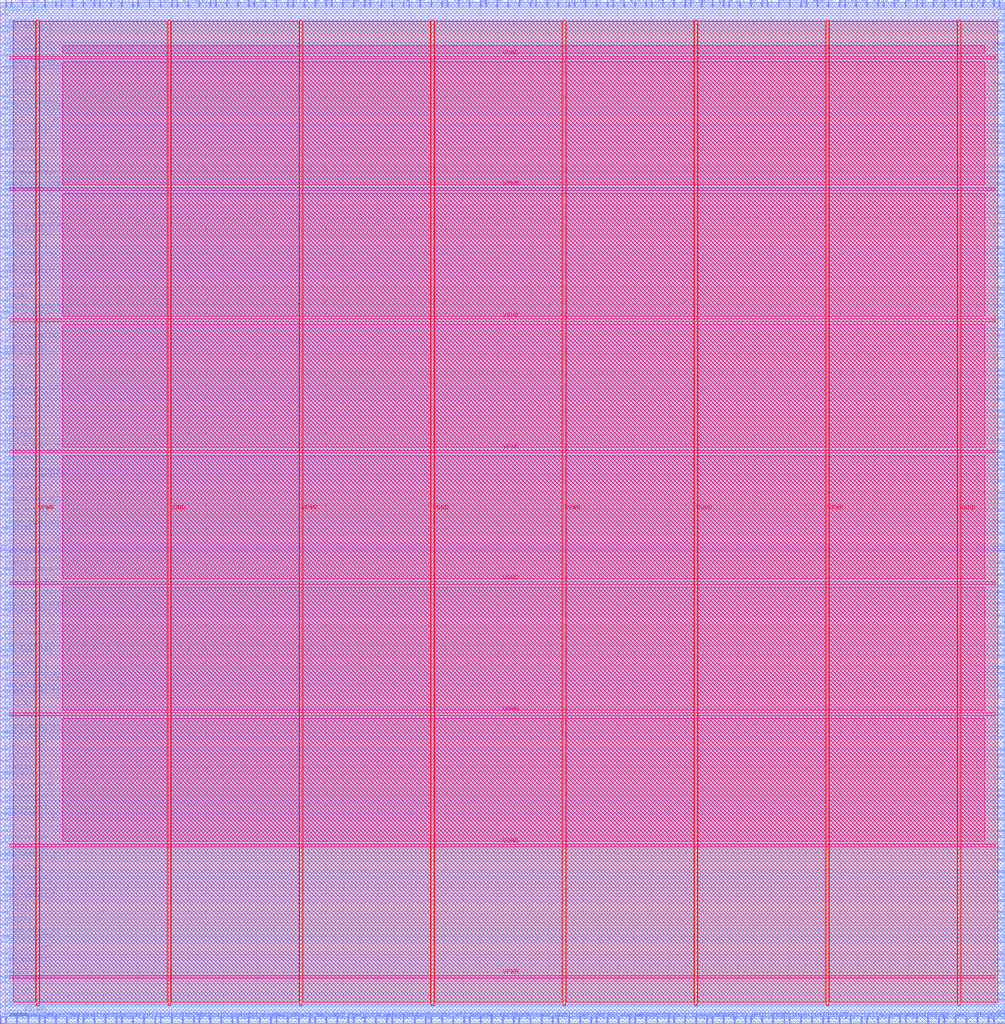
<source format=lef>
VERSION 5.7 ;
  NOWIREEXTENSIONATPIN ON ;
  DIVIDERCHAR "/" ;
  BUSBITCHARS "[]" ;
MACRO picorv32_woready
  CLASS BLOCK ;
  FOREIGN picorv32_woready ;
  ORIGIN 0.000 0.000 ;
  SIZE 586.335 BY 597.055 ;
  PIN VGND
    DIRECTION INPUT ;
    USE GROUND ;
    PORT
      LAYER met5 ;
        RECT 5.520 103.080 580.520 104.680 ;
    END
    PORT
      LAYER met5 ;
        RECT 5.520 256.260 580.520 257.860 ;
    END
    PORT
      LAYER met5 ;
        RECT 5.520 409.440 580.520 411.040 ;
    END
    PORT
      LAYER met5 ;
        RECT 5.520 562.620 580.520 564.220 ;
    END
    PORT
      LAYER met4 ;
        RECT 97.840 10.640 99.440 585.040 ;
    END
    PORT
      LAYER met4 ;
        RECT 251.440 10.640 253.040 585.040 ;
    END
    PORT
      LAYER met4 ;
        RECT 405.040 10.640 406.640 585.040 ;
    END
    PORT
      LAYER met4 ;
        RECT 558.640 10.640 560.240 585.040 ;
    END
  END VGND
  PIN VPWR
    DIRECTION INPUT ;
    USE POWER ;
    PORT
      LAYER met5 ;
        RECT 5.520 26.490 580.520 28.090 ;
    END
    PORT
      LAYER met5 ;
        RECT 5.520 179.670 580.520 181.270 ;
    END
    PORT
      LAYER met5 ;
        RECT 5.520 332.850 580.520 334.450 ;
    END
    PORT
      LAYER met5 ;
        RECT 5.520 486.030 580.520 487.630 ;
    END
    PORT
      LAYER met4 ;
        RECT 21.040 10.640 22.640 585.040 ;
    END
    PORT
      LAYER met4 ;
        RECT 174.640 10.640 176.240 585.040 ;
    END
    PORT
      LAYER met4 ;
        RECT 328.240 10.640 329.840 585.040 ;
    END
    PORT
      LAYER met4 ;
        RECT 481.840 10.640 483.440 585.040 ;
    END
  END VPWR
  PIN clk
    DIRECTION INPUT ;
    USE SIGNAL ;
    PORT
      LAYER met2 ;
        RECT 383.270 0.000 383.550 4.000 ;
    END
  END clk
  PIN eoi[0]
    DIRECTION OUTPUT TRISTATE ;
    USE SIGNAL ;
    PORT
      LAYER met2 ;
        RECT 12.970 593.055 13.250 597.055 ;
    END
  END eoi[0]
  PIN eoi[10]
    DIRECTION OUTPUT TRISTATE ;
    USE SIGNAL ;
    PORT
      LAYER met2 ;
        RECT 325.310 593.055 325.590 597.055 ;
    END
  END eoi[10]
  PIN eoi[11]
    DIRECTION OUTPUT TRISTATE ;
    USE SIGNAL ;
    PORT
      LAYER met2 ;
        RECT 99.910 593.055 100.190 597.055 ;
    END
  END eoi[11]
  PIN eoi[12]
    DIRECTION OUTPUT TRISTATE ;
    USE SIGNAL ;
    PORT
      LAYER met3 ;
        RECT 0.000 17.040 4.000 17.640 ;
    END
  END eoi[12]
  PIN eoi[13]
    DIRECTION OUTPUT TRISTATE ;
    USE SIGNAL ;
    PORT
      LAYER met3 ;
        RECT 582.335 309.440 586.335 310.040 ;
    END
  END eoi[13]
  PIN eoi[14]
    DIRECTION OUTPUT TRISTATE ;
    USE SIGNAL ;
    PORT
      LAYER met3 ;
        RECT 582.335 30.640 586.335 31.240 ;
    END
  END eoi[14]
  PIN eoi[15]
    DIRECTION OUTPUT TRISTATE ;
    USE SIGNAL ;
    PORT
      LAYER met2 ;
        RECT 267.350 593.055 267.630 597.055 ;
    END
  END eoi[15]
  PIN eoi[16]
    DIRECTION OUTPUT TRISTATE ;
    USE SIGNAL ;
    PORT
      LAYER met2 ;
        RECT 19.410 593.055 19.690 597.055 ;
    END
  END eoi[16]
  PIN eoi[17]
    DIRECTION OUTPUT TRISTATE ;
    USE SIGNAL ;
    PORT
      LAYER met2 ;
        RECT 196.510 0.000 196.790 4.000 ;
    END
  END eoi[17]
  PIN eoi[18]
    DIRECTION OUTPUT TRISTATE ;
    USE SIGNAL ;
    PORT
      LAYER met3 ;
        RECT 582.335 78.240 586.335 78.840 ;
    END
  END eoi[18]
  PIN eoi[19]
    DIRECTION OUTPUT TRISTATE ;
    USE SIGNAL ;
    PORT
      LAYER met3 ;
        RECT 582.335 523.640 586.335 524.240 ;
    END
  END eoi[19]
  PIN eoi[1]
    DIRECTION OUTPUT TRISTATE ;
    USE SIGNAL ;
    PORT
      LAYER met2 ;
        RECT 579.690 0.000 579.970 4.000 ;
    END
  END eoi[1]
  PIN eoi[20]
    DIRECTION OUTPUT TRISTATE ;
    USE SIGNAL ;
    PORT
      LAYER met3 ;
        RECT 0.000 57.840 4.000 58.440 ;
    END
  END eoi[20]
  PIN eoi[21]
    DIRECTION OUTPUT TRISTATE ;
    USE SIGNAL ;
    PORT
      LAYER met2 ;
        RECT 67.710 0.000 67.990 4.000 ;
    END
  END eoi[21]
  PIN eoi[22]
    DIRECTION OUTPUT TRISTATE ;
    USE SIGNAL ;
    PORT
      LAYER met3 ;
        RECT 582.335 71.440 586.335 72.040 ;
    END
  END eoi[22]
  PIN eoi[23]
    DIRECTION OUTPUT TRISTATE ;
    USE SIGNAL ;
    PORT
      LAYER met2 ;
        RECT 421.910 593.055 422.190 597.055 ;
    END
  END eoi[23]
  PIN eoi[24]
    DIRECTION OUTPUT TRISTATE ;
    USE SIGNAL ;
    PORT
      LAYER met2 ;
        RECT 106.350 0.000 106.630 4.000 ;
    END
  END eoi[24]
  PIN eoi[25]
    DIRECTION OUTPUT TRISTATE ;
    USE SIGNAL ;
    PORT
      LAYER met3 ;
        RECT 582.335 238.040 586.335 238.640 ;
    END
  END eoi[25]
  PIN eoi[26]
    DIRECTION OUTPUT TRISTATE ;
    USE SIGNAL ;
    PORT
      LAYER met3 ;
        RECT 0.000 183.640 4.000 184.240 ;
    END
  END eoi[26]
  PIN eoi[27]
    DIRECTION OUTPUT TRISTATE ;
    USE SIGNAL ;
    PORT
      LAYER met2 ;
        RECT 109.570 593.055 109.850 597.055 ;
    END
  END eoi[27]
  PIN eoi[28]
    DIRECTION OUTPUT TRISTATE ;
    USE SIGNAL ;
    PORT
      LAYER met3 ;
        RECT 582.335 180.240 586.335 180.840 ;
    END
  END eoi[28]
  PIN eoi[29]
    DIRECTION OUTPUT TRISTATE ;
    USE SIGNAL ;
    PORT
      LAYER met2 ;
        RECT 505.630 593.055 505.910 597.055 ;
    END
  END eoi[29]
  PIN eoi[2]
    DIRECTION OUTPUT TRISTATE ;
    USE SIGNAL ;
    PORT
      LAYER met2 ;
        RECT 479.870 0.000 480.150 4.000 ;
    END
  END eoi[2]
  PIN eoi[30]
    DIRECTION OUTPUT TRISTATE ;
    USE SIGNAL ;
    PORT
      LAYER met2 ;
        RECT 412.250 0.000 412.530 4.000 ;
    END
  END eoi[30]
  PIN eoi[31]
    DIRECTION OUTPUT TRISTATE ;
    USE SIGNAL ;
    PORT
      LAYER met3 ;
        RECT 0.000 64.640 4.000 65.240 ;
    END
  END eoi[31]
  PIN eoi[3]
    DIRECTION OUTPUT TRISTATE ;
    USE SIGNAL ;
    PORT
      LAYER met3 ;
        RECT 0.000 27.240 4.000 27.840 ;
    END
  END eoi[3]
  PIN eoi[4]
    DIRECTION OUTPUT TRISTATE ;
    USE SIGNAL ;
    PORT
      LAYER met2 ;
        RECT 495.970 0.000 496.250 4.000 ;
    END
  END eoi[4]
  PIN eoi[5]
    DIRECTION OUTPUT TRISTATE ;
    USE SIGNAL ;
    PORT
      LAYER met2 ;
        RECT 58.050 593.055 58.330 597.055 ;
    END
  END eoi[5]
  PIN eoi[6]
    DIRECTION OUTPUT TRISTATE ;
    USE SIGNAL ;
    PORT
      LAYER met3 ;
        RECT 582.335 363.840 586.335 364.440 ;
    END
  END eoi[6]
  PIN eoi[7]
    DIRECTION OUTPUT TRISTATE ;
    USE SIGNAL ;
    PORT
      LAYER met3 ;
        RECT 0.000 510.040 4.000 510.640 ;
    END
  END eoi[7]
  PIN eoi[8]
    DIRECTION OUTPUT TRISTATE ;
    USE SIGNAL ;
    PORT
      LAYER met2 ;
        RECT 431.570 593.055 431.850 597.055 ;
    END
  END eoi[8]
  PIN eoi[9]
    DIRECTION OUTPUT TRISTATE ;
    USE SIGNAL ;
    PORT
      LAYER met3 ;
        RECT 582.335 95.240 586.335 95.840 ;
    END
  END eoi[9]
  PIN irq[0]
    DIRECTION INPUT ;
    USE SIGNAL ;
    PORT
      LAYER met3 ;
        RECT 582.335 442.040 586.335 442.640 ;
    END
  END irq[0]
  PIN irq[10]
    DIRECTION INPUT ;
    USE SIGNAL ;
    PORT
      LAYER met2 ;
        RECT 534.610 0.000 534.890 4.000 ;
    END
  END irq[10]
  PIN irq[11]
    DIRECTION INPUT ;
    USE SIGNAL ;
    PORT
      LAYER met3 ;
        RECT 582.335 190.440 586.335 191.040 ;
    END
  END irq[11]
  PIN irq[12]
    DIRECTION INPUT ;
    USE SIGNAL ;
    PORT
      LAYER met2 ;
        RECT 570.030 0.000 570.310 4.000 ;
    END
  END irq[12]
  PIN irq[13]
    DIRECTION INPUT ;
    USE SIGNAL ;
    PORT
      LAYER met3 ;
        RECT 582.335 537.240 586.335 537.840 ;
    END
  END irq[13]
  PIN irq[14]
    DIRECTION INPUT ;
    USE SIGNAL ;
    PORT
      LAYER met3 ;
        RECT 582.335 156.440 586.335 157.040 ;
    END
  END irq[14]
  PIN irq[15]
    DIRECTION INPUT ;
    USE SIGNAL ;
    PORT
      LAYER met2 ;
        RECT 64.490 593.055 64.770 597.055 ;
    END
  END irq[15]
  PIN irq[16]
    DIRECTION INPUT ;
    USE SIGNAL ;
    PORT
      LAYER met2 ;
        RECT 331.750 593.055 332.030 597.055 ;
    END
  END irq[16]
  PIN irq[17]
    DIRECTION INPUT ;
    USE SIGNAL ;
    PORT
      LAYER met3 ;
        RECT 582.335 102.040 586.335 102.640 ;
    END
  END irq[17]
  PIN irq[18]
    DIRECTION INPUT ;
    USE SIGNAL ;
    PORT
      LAYER met2 ;
        RECT 582.910 593.055 583.190 597.055 ;
    END
  END irq[18]
  PIN irq[19]
    DIRECTION INPUT ;
    USE SIGNAL ;
    PORT
      LAYER met2 ;
        RECT 483.090 0.000 483.370 4.000 ;
    END
  END irq[19]
  PIN irq[1]
    DIRECTION INPUT ;
    USE SIGNAL ;
    PORT
      LAYER met3 ;
        RECT 0.000 595.040 4.000 595.640 ;
    END
  END irq[1]
  PIN irq[20]
    DIRECTION INPUT ;
    USE SIGNAL ;
    PORT
      LAYER met3 ;
        RECT 0.000 153.040 4.000 153.640 ;
    END
  END irq[20]
  PIN irq[21]
    DIRECTION INPUT ;
    USE SIGNAL ;
    PORT
      LAYER met3 ;
        RECT 0.000 540.640 4.000 541.240 ;
    END
  END irq[21]
  PIN irq[22]
    DIRECTION INPUT ;
    USE SIGNAL ;
    PORT
      LAYER met3 ;
        RECT 0.000 350.240 4.000 350.840 ;
    END
  END irq[22]
  PIN irq[23]
    DIRECTION INPUT ;
    USE SIGNAL ;
    PORT
      LAYER met3 ;
        RECT 0.000 146.240 4.000 146.840 ;
    END
  END irq[23]
  PIN irq[24]
    DIRECTION INPUT ;
    USE SIGNAL ;
    PORT
      LAYER met2 ;
        RECT 566.810 593.055 567.090 597.055 ;
    END
  END irq[24]
  PIN irq[25]
    DIRECTION INPUT ;
    USE SIGNAL ;
    PORT
      LAYER met3 ;
        RECT 0.000 340.040 4.000 340.640 ;
    END
  END irq[25]
  PIN irq[26]
    DIRECTION INPUT ;
    USE SIGNAL ;
    PORT
      LAYER met2 ;
        RECT 270.570 0.000 270.850 4.000 ;
    END
  END irq[26]
  PIN irq[27]
    DIRECTION INPUT ;
    USE SIGNAL ;
    PORT
      LAYER met3 ;
        RECT 582.335 561.040 586.335 561.640 ;
    END
  END irq[27]
  PIN irq[28]
    DIRECTION INPUT ;
    USE SIGNAL ;
    PORT
      LAYER met2 ;
        RECT 144.990 593.055 145.270 597.055 ;
    END
  END irq[28]
  PIN irq[29]
    DIRECTION INPUT ;
    USE SIGNAL ;
    PORT
      LAYER met3 ;
        RECT 582.335 64.640 586.335 65.240 ;
    END
  END irq[29]
  PIN irq[2]
    DIRECTION INPUT ;
    USE SIGNAL ;
    PORT
      LAYER met3 ;
        RECT 0.000 374.040 4.000 374.640 ;
    END
  END irq[2]
  PIN irq[30]
    DIRECTION INPUT ;
    USE SIGNAL ;
    PORT
      LAYER met3 ;
        RECT 0.000 285.640 4.000 286.240 ;
    END
  END irq[30]
  PIN irq[31]
    DIRECTION INPUT ;
    USE SIGNAL ;
    PORT
      LAYER met2 ;
        RECT 54.830 0.000 55.110 4.000 ;
    END
  END irq[31]
  PIN irq[3]
    DIRECTION INPUT ;
    USE SIGNAL ;
    PORT
      LAYER met2 ;
        RECT 116.010 593.055 116.290 597.055 ;
    END
  END irq[3]
  PIN irq[4]
    DIRECTION INPUT ;
    USE SIGNAL ;
    PORT
      LAYER met3 ;
        RECT 0.000 547.440 4.000 548.040 ;
    END
  END irq[4]
  PIN irq[5]
    DIRECTION INPUT ;
    USE SIGNAL ;
    PORT
      LAYER met3 ;
        RECT 0.000 421.640 4.000 422.240 ;
    END
  END irq[5]
  PIN irq[6]
    DIRECTION INPUT ;
    USE SIGNAL ;
    PORT
      LAYER met3 ;
        RECT 0.000 581.440 4.000 582.040 ;
    END
  END irq[6]
  PIN irq[7]
    DIRECTION INPUT ;
    USE SIGNAL ;
    PORT
      LAYER met2 ;
        RECT 138.550 593.055 138.830 597.055 ;
    END
  END irq[7]
  PIN irq[8]
    DIRECTION INPUT ;
    USE SIGNAL ;
    PORT
      LAYER met3 ;
        RECT 582.335 108.840 586.335 109.440 ;
    END
  END irq[8]
  PIN irq[9]
    DIRECTION INPUT ;
    USE SIGNAL ;
    PORT
      LAYER met3 ;
        RECT 0.000 265.240 4.000 265.840 ;
    END
  END irq[9]
  PIN mem_addr[0]
    DIRECTION OUTPUT TRISTATE ;
    USE SIGNAL ;
    PORT
      LAYER met2 ;
        RECT 476.650 593.055 476.930 597.055 ;
    END
  END mem_addr[0]
  PIN mem_addr[10]
    DIRECTION OUTPUT TRISTATE ;
    USE SIGNAL ;
    PORT
      LAYER met3 ;
        RECT 582.335 506.640 586.335 507.240 ;
    END
  END mem_addr[10]
  PIN mem_addr[11]
    DIRECTION OUTPUT TRISTATE ;
    USE SIGNAL ;
    PORT
      LAYER met2 ;
        RECT 48.390 593.055 48.670 597.055 ;
    END
  END mem_addr[11]
  PIN mem_addr[12]
    DIRECTION OUTPUT TRISTATE ;
    USE SIGNAL ;
    PORT
      LAYER met2 ;
        RECT 318.870 593.055 319.150 597.055 ;
    END
  END mem_addr[12]
  PIN mem_addr[13]
    DIRECTION OUTPUT TRISTATE ;
    USE SIGNAL ;
    PORT
      LAYER met2 ;
        RECT 228.710 0.000 228.990 4.000 ;
    END
  END mem_addr[13]
  PIN mem_addr[14]
    DIRECTION OUTPUT TRISTATE ;
    USE SIGNAL ;
    PORT
      LAYER met2 ;
        RECT 338.190 0.000 338.470 4.000 ;
    END
  END mem_addr[14]
  PIN mem_addr[15]
    DIRECTION OUTPUT TRISTATE ;
    USE SIGNAL ;
    PORT
      LAYER met3 ;
        RECT 0.000 214.240 4.000 214.840 ;
    END
  END mem_addr[15]
  PIN mem_addr[16]
    DIRECTION OUTPUT TRISTATE ;
    USE SIGNAL ;
    PORT
      LAYER met2 ;
        RECT 280.230 0.000 280.510 4.000 ;
    END
  END mem_addr[16]
  PIN mem_addr[17]
    DIRECTION OUTPUT TRISTATE ;
    USE SIGNAL ;
    PORT
      LAYER met2 ;
        RECT 93.470 593.055 93.750 597.055 ;
    END
  END mem_addr[17]
  PIN mem_addr[18]
    DIRECTION OUTPUT TRISTATE ;
    USE SIGNAL ;
    PORT
      LAYER met3 ;
        RECT 582.335 227.840 586.335 228.440 ;
    END
  END mem_addr[18]
  PIN mem_addr[19]
    DIRECTION OUTPUT TRISTATE ;
    USE SIGNAL ;
    PORT
      LAYER met3 ;
        RECT 0.000 142.840 4.000 143.440 ;
    END
  END mem_addr[19]
  PIN mem_addr[1]
    DIRECTION OUTPUT TRISTATE ;
    USE SIGNAL ;
    PORT
      LAYER met3 ;
        RECT 0.000 506.640 4.000 507.240 ;
    END
  END mem_addr[1]
  PIN mem_addr[20]
    DIRECTION OUTPUT TRISTATE ;
    USE SIGNAL ;
    PORT
      LAYER met3 ;
        RECT 0.000 40.840 4.000 41.440 ;
    END
  END mem_addr[20]
  PIN mem_addr[21]
    DIRECTION OUTPUT TRISTATE ;
    USE SIGNAL ;
    PORT
      LAYER met2 ;
        RECT 354.290 0.000 354.570 4.000 ;
    END
  END mem_addr[21]
  PIN mem_addr[22]
    DIRECTION OUTPUT TRISTATE ;
    USE SIGNAL ;
    PORT
      LAYER met3 ;
        RECT 0.000 34.040 4.000 34.640 ;
    END
  END mem_addr[22]
  PIN mem_addr[23]
    DIRECTION OUTPUT TRISTATE ;
    USE SIGNAL ;
    PORT
      LAYER met2 ;
        RECT 370.390 0.000 370.670 4.000 ;
    END
  END mem_addr[23]
  PIN mem_addr[24]
    DIRECTION OUTPUT TRISTATE ;
    USE SIGNAL ;
    PORT
      LAYER met2 ;
        RECT 483.090 593.055 483.370 597.055 ;
    END
  END mem_addr[24]
  PIN mem_addr[25]
    DIRECTION OUTPUT TRISTATE ;
    USE SIGNAL ;
    PORT
      LAYER met2 ;
        RECT 183.630 0.000 183.910 4.000 ;
    END
  END mem_addr[25]
  PIN mem_addr[26]
    DIRECTION OUTPUT TRISTATE ;
    USE SIGNAL ;
    PORT
      LAYER met3 ;
        RECT 582.335 571.240 586.335 571.840 ;
    END
  END mem_addr[26]
  PIN mem_addr[27]
    DIRECTION OUTPUT TRISTATE ;
    USE SIGNAL ;
    PORT
      LAYER met2 ;
        RECT 466.990 0.000 467.270 4.000 ;
    END
  END mem_addr[27]
  PIN mem_addr[28]
    DIRECTION OUTPUT TRISTATE ;
    USE SIGNAL ;
    PORT
      LAYER met2 ;
        RECT 557.150 0.000 557.430 4.000 ;
    END
  END mem_addr[28]
  PIN mem_addr[29]
    DIRECTION OUTPUT TRISTATE ;
    USE SIGNAL ;
    PORT
      LAYER met3 ;
        RECT 0.000 482.840 4.000 483.440 ;
    END
  END mem_addr[29]
  PIN mem_addr[2]
    DIRECTION OUTPUT TRISTATE ;
    USE SIGNAL ;
    PORT
      LAYER met3 ;
        RECT 582.335 142.840 586.335 143.440 ;
    END
  END mem_addr[2]
  PIN mem_addr[30]
    DIRECTION OUTPUT TRISTATE ;
    USE SIGNAL ;
    PORT
      LAYER met2 ;
        RECT 524.950 0.000 525.230 4.000 ;
    END
  END mem_addr[30]
  PIN mem_addr[31]
    DIRECTION OUTPUT TRISTATE ;
    USE SIGNAL ;
    PORT
      LAYER met3 ;
        RECT 0.000 571.240 4.000 571.840 ;
    END
  END mem_addr[31]
  PIN mem_addr[3]
    DIRECTION OUTPUT TRISTATE ;
    USE SIGNAL ;
    PORT
      LAYER met2 ;
        RECT 347.850 593.055 348.130 597.055 ;
    END
  END mem_addr[3]
  PIN mem_addr[4]
    DIRECTION OUTPUT TRISTATE ;
    USE SIGNAL ;
    PORT
      LAYER met3 ;
        RECT 0.000 129.240 4.000 129.840 ;
    END
  END mem_addr[4]
  PIN mem_addr[5]
    DIRECTION OUTPUT TRISTATE ;
    USE SIGNAL ;
    PORT
      LAYER met3 ;
        RECT 0.000 207.440 4.000 208.040 ;
    END
  END mem_addr[5]
  PIN mem_addr[6]
    DIRECTION OUTPUT TRISTATE ;
    USE SIGNAL ;
    PORT
      LAYER met3 ;
        RECT 582.335 0.040 586.335 0.640 ;
    END
  END mem_addr[6]
  PIN mem_addr[7]
    DIRECTION OUTPUT TRISTATE ;
    USE SIGNAL ;
    PORT
      LAYER met3 ;
        RECT 0.000 122.440 4.000 123.040 ;
    END
  END mem_addr[7]
  PIN mem_addr[8]
    DIRECTION OUTPUT TRISTATE ;
    USE SIGNAL ;
    PORT
      LAYER met2 ;
        RECT 289.890 593.055 290.170 597.055 ;
    END
  END mem_addr[8]
  PIN mem_addr[9]
    DIRECTION OUTPUT TRISTATE ;
    USE SIGNAL ;
    PORT
      LAYER met2 ;
        RECT 283.450 593.055 283.730 597.055 ;
    END
  END mem_addr[9]
  PIN mem_instr
    DIRECTION OUTPUT TRISTATE ;
    USE SIGNAL ;
    PORT
      LAYER met2 ;
        RECT 312.430 593.055 312.710 597.055 ;
    END
  END mem_instr
  PIN mem_la_addr[0]
    DIRECTION OUTPUT TRISTATE ;
    USE SIGNAL ;
    PORT
      LAYER met3 ;
        RECT 582.335 323.040 586.335 323.640 ;
    END
  END mem_la_addr[0]
  PIN mem_la_addr[10]
    DIRECTION OUTPUT TRISTATE ;
    USE SIGNAL ;
    PORT
      LAYER met2 ;
        RECT 3.310 593.055 3.590 597.055 ;
    END
  END mem_la_addr[10]
  PIN mem_la_addr[11]
    DIRECTION OUTPUT TRISTATE ;
    USE SIGNAL ;
    PORT
      LAYER met2 ;
        RECT 199.730 593.055 200.010 597.055 ;
    END
  END mem_la_addr[11]
  PIN mem_la_addr[12]
    DIRECTION OUTPUT TRISTATE ;
    USE SIGNAL ;
    PORT
      LAYER met2 ;
        RECT 296.330 593.055 296.610 597.055 ;
    END
  END mem_la_addr[12]
  PIN mem_la_addr[13]
    DIRECTION OUTPUT TRISTATE ;
    USE SIGNAL ;
    PORT
      LAYER met2 ;
        RECT 302.770 593.055 303.050 597.055 ;
    END
  END mem_la_addr[13]
  PIN mem_la_addr[14]
    DIRECTION OUTPUT TRISTATE ;
    USE SIGNAL ;
    PORT
      LAYER met2 ;
        RECT 376.830 593.055 377.110 597.055 ;
    END
  END mem_la_addr[14]
  PIN mem_la_addr[15]
    DIRECTION OUTPUT TRISTATE ;
    USE SIGNAL ;
    PORT
      LAYER met3 ;
        RECT 0.000 238.040 4.000 238.640 ;
    END
  END mem_la_addr[15]
  PIN mem_la_addr[16]
    DIRECTION OUTPUT TRISTATE ;
    USE SIGNAL ;
    PORT
      LAYER met2 ;
        RECT 138.550 0.000 138.830 4.000 ;
    END
  END mem_la_addr[16]
  PIN mem_la_addr[17]
    DIRECTION OUTPUT TRISTATE ;
    USE SIGNAL ;
    PORT
      LAYER met3 ;
        RECT 0.000 367.240 4.000 367.840 ;
    END
  END mem_la_addr[17]
  PIN mem_la_addr[18]
    DIRECTION OUTPUT TRISTATE ;
    USE SIGNAL ;
    PORT
      LAYER met3 ;
        RECT 0.000 554.240 4.000 554.840 ;
    END
  END mem_la_addr[18]
  PIN mem_la_addr[19]
    DIRECTION OUTPUT TRISTATE ;
    USE SIGNAL ;
    PORT
      LAYER met2 ;
        RECT 206.170 0.000 206.450 4.000 ;
    END
  END mem_la_addr[19]
  PIN mem_la_addr[1]
    DIRECTION OUTPUT TRISTATE ;
    USE SIGNAL ;
    PORT
      LAYER met2 ;
        RECT 167.530 0.000 167.810 4.000 ;
    END
  END mem_la_addr[1]
  PIN mem_la_addr[20]
    DIRECTION OUTPUT TRISTATE ;
    USE SIGNAL ;
    PORT
      LAYER met2 ;
        RECT 257.690 593.055 257.970 597.055 ;
    END
  END mem_la_addr[20]
  PIN mem_la_addr[21]
    DIRECTION OUTPUT TRISTATE ;
    USE SIGNAL ;
    PORT
      LAYER met3 ;
        RECT 0.000 333.240 4.000 333.840 ;
    END
  END mem_la_addr[21]
  PIN mem_la_addr[22]
    DIRECTION OUTPUT TRISTATE ;
    USE SIGNAL ;
    PORT
      LAYER met2 ;
        RECT 341.410 593.055 341.690 597.055 ;
    END
  END mem_la_addr[22]
  PIN mem_la_addr[23]
    DIRECTION OUTPUT TRISTATE ;
    USE SIGNAL ;
    PORT
      LAYER met2 ;
        RECT 80.590 593.055 80.870 597.055 ;
    END
  END mem_la_addr[23]
  PIN mem_la_addr[24]
    DIRECTION OUTPUT TRISTATE ;
    USE SIGNAL ;
    PORT
      LAYER met2 ;
        RECT 521.730 593.055 522.010 597.055 ;
    END
  END mem_la_addr[24]
  PIN mem_la_addr[25]
    DIRECTION OUTPUT TRISTATE ;
    USE SIGNAL ;
    PORT
      LAYER met3 ;
        RECT 582.335 377.440 586.335 378.040 ;
    END
  END mem_la_addr[25]
  PIN mem_la_addr[26]
    DIRECTION OUTPUT TRISTATE ;
    USE SIGNAL ;
    PORT
      LAYER met3 ;
        RECT 0.000 523.640 4.000 524.240 ;
    END
  END mem_la_addr[26]
  PIN mem_la_addr[27]
    DIRECTION OUTPUT TRISTATE ;
    USE SIGNAL ;
    PORT
      LAYER met2 ;
        RECT 35.510 593.055 35.790 597.055 ;
    END
  END mem_la_addr[27]
  PIN mem_la_addr[28]
    DIRECTION OUTPUT TRISTATE ;
    USE SIGNAL ;
    PORT
      LAYER met3 ;
        RECT 582.335 85.040 586.335 85.640 ;
    END
  END mem_la_addr[28]
  PIN mem_la_addr[29]
    DIRECTION OUTPUT TRISTATE ;
    USE SIGNAL ;
    PORT
      LAYER met3 ;
        RECT 582.335 214.240 586.335 214.840 ;
    END
  END mem_la_addr[29]
  PIN mem_la_addr[2]
    DIRECTION OUTPUT TRISTATE ;
    USE SIGNAL ;
    PORT
      LAYER met3 ;
        RECT 582.335 231.240 586.335 231.840 ;
    END
  END mem_la_addr[2]
  PIN mem_la_addr[30]
    DIRECTION OUTPUT TRISTATE ;
    USE SIGNAL ;
    PORT
      LAYER met2 ;
        RECT 392.930 593.055 393.210 597.055 ;
    END
  END mem_la_addr[30]
  PIN mem_la_addr[31]
    DIRECTION OUTPUT TRISTATE ;
    USE SIGNAL ;
    PORT
      LAYER met2 ;
        RECT 489.530 593.055 489.810 597.055 ;
    END
  END mem_la_addr[31]
  PIN mem_la_addr[3]
    DIRECTION OUTPUT TRISTATE ;
    USE SIGNAL ;
    PORT
      LAYER met2 ;
        RECT 6.530 593.055 6.810 597.055 ;
    END
  END mem_la_addr[3]
  PIN mem_la_addr[4]
    DIRECTION OUTPUT TRISTATE ;
    USE SIGNAL ;
    PORT
      LAYER met2 ;
        RECT 447.670 593.055 447.950 597.055 ;
    END
  END mem_la_addr[4]
  PIN mem_la_addr[5]
    DIRECTION OUTPUT TRISTATE ;
    USE SIGNAL ;
    PORT
      LAYER met3 ;
        RECT 582.335 489.640 586.335 490.240 ;
    END
  END mem_la_addr[5]
  PIN mem_la_addr[6]
    DIRECTION OUTPUT TRISTATE ;
    USE SIGNAL ;
    PORT
      LAYER met2 ;
        RECT 173.970 0.000 174.250 4.000 ;
    END
  END mem_la_addr[6]
  PIN mem_la_addr[7]
    DIRECTION OUTPUT TRISTATE ;
    USE SIGNAL ;
    PORT
      LAYER met3 ;
        RECT 582.335 112.240 586.335 112.840 ;
    END
  END mem_la_addr[7]
  PIN mem_la_addr[8]
    DIRECTION OUTPUT TRISTATE ;
    USE SIGNAL ;
    PORT
      LAYER met3 ;
        RECT 0.000 469.240 4.000 469.840 ;
    END
  END mem_la_addr[8]
  PIN mem_la_addr[9]
    DIRECTION OUTPUT TRISTATE ;
    USE SIGNAL ;
    PORT
      LAYER met3 ;
        RECT 582.335 132.640 586.335 133.240 ;
    END
  END mem_la_addr[9]
  PIN mem_la_read
    DIRECTION OUTPUT TRISTATE ;
    USE SIGNAL ;
    PORT
      LAYER met2 ;
        RECT 515.290 593.055 515.570 597.055 ;
    END
  END mem_la_read
  PIN mem_la_wdata[0]
    DIRECTION OUTPUT TRISTATE ;
    USE SIGNAL ;
    PORT
      LAYER met3 ;
        RECT 582.335 425.040 586.335 425.640 ;
    END
  END mem_la_wdata[0]
  PIN mem_la_wdata[10]
    DIRECTION OUTPUT TRISTATE ;
    USE SIGNAL ;
    PORT
      LAYER met3 ;
        RECT 0.000 414.840 4.000 415.440 ;
    END
  END mem_la_wdata[10]
  PIN mem_la_wdata[11]
    DIRECTION OUTPUT TRISTATE ;
    USE SIGNAL ;
    PORT
      LAYER met2 ;
        RECT 103.130 593.055 103.410 597.055 ;
    END
  END mem_la_wdata[11]
  PIN mem_la_wdata[12]
    DIRECTION OUTPUT TRISTATE ;
    USE SIGNAL ;
    PORT
      LAYER met2 ;
        RECT 421.910 0.000 422.190 4.000 ;
    END
  END mem_la_wdata[12]
  PIN mem_la_wdata[13]
    DIRECTION OUTPUT TRISTATE ;
    USE SIGNAL ;
    PORT
      LAYER met2 ;
        RECT 392.930 0.000 393.210 4.000 ;
    END
  END mem_la_wdata[13]
  PIN mem_la_wdata[14]
    DIRECTION OUTPUT TRISTATE ;
    USE SIGNAL ;
    PORT
      LAYER met2 ;
        RECT 228.710 593.055 228.990 597.055 ;
    END
  END mem_la_wdata[14]
  PIN mem_la_wdata[15]
    DIRECTION OUTPUT TRISTATE ;
    USE SIGNAL ;
    PORT
      LAYER met2 ;
        RECT 248.030 0.000 248.310 4.000 ;
    END
  END mem_la_wdata[15]
  PIN mem_la_wdata[16]
    DIRECTION OUTPUT TRISTATE ;
    USE SIGNAL ;
    PORT
      LAYER met2 ;
        RECT 537.830 593.055 538.110 597.055 ;
    END
  END mem_la_wdata[16]
  PIN mem_la_wdata[17]
    DIRECTION OUTPUT TRISTATE ;
    USE SIGNAL ;
    PORT
      LAYER met2 ;
        RECT 273.790 593.055 274.070 597.055 ;
    END
  END mem_la_wdata[17]
  PIN mem_la_wdata[18]
    DIRECTION OUTPUT TRISTATE ;
    USE SIGNAL ;
    PORT
      LAYER met2 ;
        RECT 190.070 0.000 190.350 4.000 ;
    END
  END mem_la_wdata[18]
  PIN mem_la_wdata[19]
    DIRECTION OUTPUT TRISTATE ;
    USE SIGNAL ;
    PORT
      LAYER met2 ;
        RECT 264.130 0.000 264.410 4.000 ;
    END
  END mem_la_wdata[19]
  PIN mem_la_wdata[1]
    DIRECTION OUTPUT TRISTATE ;
    USE SIGNAL ;
    PORT
      LAYER met3 ;
        RECT 582.335 418.240 586.335 418.840 ;
    END
  END mem_la_wdata[1]
  PIN mem_la_wdata[20]
    DIRECTION OUTPUT TRISTATE ;
    USE SIGNAL ;
    PORT
      LAYER met3 ;
        RECT 0.000 241.440 4.000 242.040 ;
    END
  END mem_la_wdata[20]
  PIN mem_la_wdata[21]
    DIRECTION OUTPUT TRISTATE ;
    USE SIGNAL ;
    PORT
      LAYER met3 ;
        RECT 0.000 302.640 4.000 303.240 ;
    END
  END mem_la_wdata[21]
  PIN mem_la_wdata[22]
    DIRECTION OUTPUT TRISTATE ;
    USE SIGNAL ;
    PORT
      LAYER met3 ;
        RECT 582.335 411.440 586.335 412.040 ;
    END
  END mem_la_wdata[22]
  PIN mem_la_wdata[23]
    DIRECTION OUTPUT TRISTATE ;
    USE SIGNAL ;
    PORT
      LAYER met3 ;
        RECT 0.000 316.240 4.000 316.840 ;
    END
  END mem_la_wdata[23]
  PIN mem_la_wdata[24]
    DIRECTION OUTPUT TRISTATE ;
    USE SIGNAL ;
    PORT
      LAYER met2 ;
        RECT 344.630 0.000 344.910 4.000 ;
    END
  END mem_la_wdata[24]
  PIN mem_la_wdata[25]
    DIRECTION OUTPUT TRISTATE ;
    USE SIGNAL ;
    PORT
      LAYER met3 ;
        RECT 0.000 462.440 4.000 463.040 ;
    END
  END mem_la_wdata[25]
  PIN mem_la_wdata[26]
    DIRECTION OUTPUT TRISTATE ;
    USE SIGNAL ;
    PORT
      LAYER met3 ;
        RECT 0.000 112.240 4.000 112.840 ;
    END
  END mem_la_wdata[26]
  PIN mem_la_wdata[27]
    DIRECTION OUTPUT TRISTATE ;
    USE SIGNAL ;
    PORT
      LAYER met2 ;
        RECT 135.330 0.000 135.610 4.000 ;
    END
  END mem_la_wdata[27]
  PIN mem_la_wdata[28]
    DIRECTION OUTPUT TRISTATE ;
    USE SIGNAL ;
    PORT
      LAYER met2 ;
        RECT 251.250 593.055 251.530 597.055 ;
    END
  END mem_la_wdata[28]
  PIN mem_la_wdata[29]
    DIRECTION OUTPUT TRISTATE ;
    USE SIGNAL ;
    PORT
      LAYER met2 ;
        RECT 257.690 0.000 257.970 4.000 ;
    END
  END mem_la_wdata[29]
  PIN mem_la_wdata[2]
    DIRECTION OUTPUT TRISTATE ;
    USE SIGNAL ;
    PORT
      LAYER met3 ;
        RECT 0.000 278.840 4.000 279.440 ;
    END
  END mem_la_wdata[2]
  PIN mem_la_wdata[30]
    DIRECTION OUTPUT TRISTATE ;
    USE SIGNAL ;
    PORT
      LAYER met2 ;
        RECT 77.370 593.055 77.650 597.055 ;
    END
  END mem_la_wdata[30]
  PIN mem_la_wdata[31]
    DIRECTION OUTPUT TRISTATE ;
    USE SIGNAL ;
    PORT
      LAYER met3 ;
        RECT 582.335 136.040 586.335 136.640 ;
    END
  END mem_la_wdata[31]
  PIN mem_la_wdata[3]
    DIRECTION OUTPUT TRISTATE ;
    USE SIGNAL ;
    PORT
      LAYER met3 ;
        RECT 0.000 166.640 4.000 167.240 ;
    END
  END mem_la_wdata[3]
  PIN mem_la_wdata[4]
    DIRECTION OUTPUT TRISTATE ;
    USE SIGNAL ;
    PORT
      LAYER met2 ;
        RECT 376.830 0.000 377.110 4.000 ;
    END
  END mem_la_wdata[4]
  PIN mem_la_wdata[5]
    DIRECTION OUTPUT TRISTATE ;
    USE SIGNAL ;
    PORT
      LAYER met3 ;
        RECT 582.335 578.040 586.335 578.640 ;
    END
  END mem_la_wdata[5]
  PIN mem_la_wdata[6]
    DIRECTION OUTPUT TRISTATE ;
    USE SIGNAL ;
    PORT
      LAYER met2 ;
        RECT 202.950 0.000 203.230 4.000 ;
    END
  END mem_la_wdata[6]
  PIN mem_la_wdata[7]
    DIRECTION OUTPUT TRISTATE ;
    USE SIGNAL ;
    PORT
      LAYER met3 ;
        RECT 0.000 411.440 4.000 412.040 ;
    END
  END mem_la_wdata[7]
  PIN mem_la_wdata[8]
    DIRECTION OUTPUT TRISTATE ;
    USE SIGNAL ;
    PORT
      LAYER met3 ;
        RECT 0.000 261.840 4.000 262.440 ;
    END
  END mem_la_wdata[8]
  PIN mem_la_wdata[9]
    DIRECTION OUTPUT TRISTATE ;
    USE SIGNAL ;
    PORT
      LAYER met3 ;
        RECT 0.000 486.240 4.000 486.840 ;
    END
  END mem_la_wdata[9]
  PIN mem_la_write
    DIRECTION OUTPUT TRISTATE ;
    USE SIGNAL ;
    PORT
      LAYER met2 ;
        RECT 460.550 593.055 460.830 597.055 ;
    END
  END mem_la_write
  PIN mem_la_wstrb[0]
    DIRECTION OUTPUT TRISTATE ;
    USE SIGNAL ;
    PORT
      LAYER met3 ;
        RECT 0.000 533.840 4.000 534.440 ;
    END
  END mem_la_wstrb[0]
  PIN mem_la_wstrb[1]
    DIRECTION OUTPUT TRISTATE ;
    USE SIGNAL ;
    PORT
      LAYER met3 ;
        RECT 582.335 261.840 586.335 262.440 ;
    END
  END mem_la_wstrb[1]
  PIN mem_la_wstrb[2]
    DIRECTION OUTPUT TRISTATE ;
    USE SIGNAL ;
    PORT
      LAYER met2 ;
        RECT 154.650 593.055 154.930 597.055 ;
    END
  END mem_la_wstrb[2]
  PIN mem_la_wstrb[3]
    DIRECTION OUTPUT TRISTATE ;
    USE SIGNAL ;
    PORT
      LAYER met3 ;
        RECT 0.000 319.640 4.000 320.240 ;
    END
  END mem_la_wstrb[3]
  PIN mem_rdata[0]
    DIRECTION INPUT ;
    USE SIGNAL ;
    PORT
      LAYER met3 ;
        RECT 582.335 496.440 586.335 497.040 ;
    END
  END mem_rdata[0]
  PIN mem_rdata[10]
    DIRECTION INPUT ;
    USE SIGNAL ;
    PORT
      LAYER met2 ;
        RECT 260.910 593.055 261.190 597.055 ;
    END
  END mem_rdata[10]
  PIN mem_rdata[11]
    DIRECTION INPUT ;
    USE SIGNAL ;
    PORT
      LAYER met3 ;
        RECT 582.335 278.840 586.335 279.440 ;
    END
  END mem_rdata[11]
  PIN mem_rdata[12]
    DIRECTION INPUT ;
    USE SIGNAL ;
    PORT
      LAYER met2 ;
        RECT 354.290 593.055 354.570 597.055 ;
    END
  END mem_rdata[12]
  PIN mem_rdata[13]
    DIRECTION INPUT ;
    USE SIGNAL ;
    PORT
      LAYER met2 ;
        RECT 405.810 0.000 406.090 4.000 ;
    END
  END mem_rdata[13]
  PIN mem_rdata[14]
    DIRECTION INPUT ;
    USE SIGNAL ;
    PORT
      LAYER met3 ;
        RECT 0.000 445.440 4.000 446.040 ;
    END
  END mem_rdata[14]
  PIN mem_rdata[15]
    DIRECTION INPUT ;
    USE SIGNAL ;
    PORT
      LAYER met2 ;
        RECT 183.630 593.055 183.910 597.055 ;
    END
  END mem_rdata[15]
  PIN mem_rdata[16]
    DIRECTION INPUT ;
    USE SIGNAL ;
    PORT
      LAYER met3 ;
        RECT 582.335 221.040 586.335 221.640 ;
    END
  END mem_rdata[16]
  PIN mem_rdata[17]
    DIRECTION INPUT ;
    USE SIGNAL ;
    PORT
      LAYER met3 ;
        RECT 582.335 544.040 586.335 544.640 ;
    END
  END mem_rdata[17]
  PIN mem_rdata[18]
    DIRECTION INPUT ;
    USE SIGNAL ;
    PORT
      LAYER met3 ;
        RECT 0.000 380.840 4.000 381.440 ;
    END
  END mem_rdata[18]
  PIN mem_rdata[19]
    DIRECTION INPUT ;
    USE SIGNAL ;
    PORT
      LAYER met3 ;
        RECT 0.000 119.040 4.000 119.640 ;
    END
  END mem_rdata[19]
  PIN mem_rdata[1]
    DIRECTION INPUT ;
    USE SIGNAL ;
    PORT
      LAYER met3 ;
        RECT 0.000 272.040 4.000 272.640 ;
    END
  END mem_rdata[1]
  PIN mem_rdata[20]
    DIRECTION INPUT ;
    USE SIGNAL ;
    PORT
      LAYER met2 ;
        RECT 299.550 0.000 299.830 4.000 ;
    END
  END mem_rdata[20]
  PIN mem_rdata[21]
    DIRECTION INPUT ;
    USE SIGNAL ;
    PORT
      LAYER met3 ;
        RECT 582.335 255.040 586.335 255.640 ;
    END
  END mem_rdata[21]
  PIN mem_rdata[22]
    DIRECTION INPUT ;
    USE SIGNAL ;
    PORT
      LAYER met3 ;
        RECT 582.335 584.840 586.335 585.440 ;
    END
  END mem_rdata[22]
  PIN mem_rdata[23]
    DIRECTION INPUT ;
    USE SIGNAL ;
    PORT
      LAYER met3 ;
        RECT 582.335 401.240 586.335 401.840 ;
    END
  END mem_rdata[23]
  PIN mem_rdata[24]
    DIRECTION INPUT ;
    USE SIGNAL ;
    PORT
      LAYER met3 ;
        RECT 582.335 346.840 586.335 347.440 ;
    END
  END mem_rdata[24]
  PIN mem_rdata[25]
    DIRECTION INPUT ;
    USE SIGNAL ;
    PORT
      LAYER met2 ;
        RECT 161.090 0.000 161.370 4.000 ;
    END
  END mem_rdata[25]
  PIN mem_rdata[26]
    DIRECTION INPUT ;
    USE SIGNAL ;
    PORT
      LAYER met2 ;
        RECT 438.010 593.055 438.290 597.055 ;
    END
  END mem_rdata[26]
  PIN mem_rdata[27]
    DIRECTION INPUT ;
    USE SIGNAL ;
    PORT
      LAYER met2 ;
        RECT 302.770 0.000 303.050 4.000 ;
    END
  END mem_rdata[27]
  PIN mem_rdata[28]
    DIRECTION INPUT ;
    USE SIGNAL ;
    PORT
      LAYER met2 ;
        RECT 222.270 593.055 222.550 597.055 ;
    END
  END mem_rdata[28]
  PIN mem_rdata[29]
    DIRECTION INPUT ;
    USE SIGNAL ;
    PORT
      LAYER met2 ;
        RECT 77.370 0.000 77.650 4.000 ;
    END
  END mem_rdata[29]
  PIN mem_rdata[2]
    DIRECTION INPUT ;
    USE SIGNAL ;
    PORT
      LAYER met3 ;
        RECT 582.335 452.240 586.335 452.840 ;
    END
  END mem_rdata[2]
  PIN mem_rdata[30]
    DIRECTION INPUT ;
    USE SIGNAL ;
    PORT
      LAYER met2 ;
        RECT 241.590 0.000 241.870 4.000 ;
    END
  END mem_rdata[30]
  PIN mem_rdata[31]
    DIRECTION INPUT ;
    USE SIGNAL ;
    PORT
      LAYER met3 ;
        RECT 0.000 71.440 4.000 72.040 ;
    END
  END mem_rdata[31]
  PIN mem_rdata[3]
    DIRECTION INPUT ;
    USE SIGNAL ;
    PORT
      LAYER met3 ;
        RECT 0.000 248.240 4.000 248.840 ;
    END
  END mem_rdata[3]
  PIN mem_rdata[4]
    DIRECTION INPUT ;
    USE SIGNAL ;
    PORT
      LAYER met2 ;
        RECT 215.830 593.055 216.110 597.055 ;
    END
  END mem_rdata[4]
  PIN mem_rdata[5]
    DIRECTION INPUT ;
    USE SIGNAL ;
    PORT
      LAYER met2 ;
        RECT 363.950 593.055 364.230 597.055 ;
    END
  END mem_rdata[5]
  PIN mem_rdata[6]
    DIRECTION INPUT ;
    USE SIGNAL ;
    PORT
      LAYER met2 ;
        RECT 32.290 593.055 32.570 597.055 ;
    END
  END mem_rdata[6]
  PIN mem_rdata[7]
    DIRECTION INPUT ;
    USE SIGNAL ;
    PORT
      LAYER met2 ;
        RECT 273.790 0.000 274.070 4.000 ;
    END
  END mem_rdata[7]
  PIN mem_rdata[8]
    DIRECTION INPUT ;
    USE SIGNAL ;
    PORT
      LAYER met2 ;
        RECT 334.970 593.055 335.250 597.055 ;
    END
  END mem_rdata[8]
  PIN mem_rdata[9]
    DIRECTION INPUT ;
    USE SIGNAL ;
    PORT
      LAYER met3 ;
        RECT 0.000 81.640 4.000 82.240 ;
    END
  END mem_rdata[9]
  PIN mem_valid
    DIRECTION OUTPUT TRISTATE ;
    USE SIGNAL ;
    PORT
      LAYER met3 ;
        RECT 582.335 207.440 586.335 208.040 ;
    END
  END mem_valid
  PIN mem_wdata[0]
    DIRECTION OUTPUT TRISTATE ;
    USE SIGNAL ;
    PORT
      LAYER met3 ;
        RECT 0.000 435.240 4.000 435.840 ;
    END
  END mem_wdata[0]
  PIN mem_wdata[10]
    DIRECTION OUTPUT TRISTATE ;
    USE SIGNAL ;
    PORT
      LAYER met3 ;
        RECT 0.000 193.840 4.000 194.440 ;
    END
  END mem_wdata[10]
  PIN mem_wdata[11]
    DIRECTION OUTPUT TRISTATE ;
    USE SIGNAL ;
    PORT
      LAYER met3 ;
        RECT 0.000 176.840 4.000 177.440 ;
    END
  END mem_wdata[11]
  PIN mem_wdata[12]
    DIRECTION OUTPUT TRISTATE ;
    USE SIGNAL ;
    PORT
      LAYER met2 ;
        RECT 547.490 0.000 547.770 4.000 ;
    END
  END mem_wdata[12]
  PIN mem_wdata[13]
    DIRECTION OUTPUT TRISTATE ;
    USE SIGNAL ;
    PORT
      LAYER met3 ;
        RECT 0.000 95.240 4.000 95.840 ;
    END
  END mem_wdata[13]
  PIN mem_wdata[14]
    DIRECTION OUTPUT TRISTATE ;
    USE SIGNAL ;
    PORT
      LAYER met3 ;
        RECT 582.335 482.840 586.335 483.440 ;
    END
  END mem_wdata[14]
  PIN mem_wdata[15]
    DIRECTION OUTPUT TRISTATE ;
    USE SIGNAL ;
    PORT
      LAYER met2 ;
        RECT 32.290 0.000 32.570 4.000 ;
    END
  END mem_wdata[15]
  PIN mem_wdata[16]
    DIRECTION OUTPUT TRISTATE ;
    USE SIGNAL ;
    PORT
      LAYER met2 ;
        RECT 235.150 0.000 235.430 4.000 ;
    END
  END mem_wdata[16]
  PIN mem_wdata[17]
    DIRECTION OUTPUT TRISTATE ;
    USE SIGNAL ;
    PORT
      LAYER met3 ;
        RECT 0.000 387.640 4.000 388.240 ;
    END
  END mem_wdata[17]
  PIN mem_wdata[18]
    DIRECTION OUTPUT TRISTATE ;
    USE SIGNAL ;
    PORT
      LAYER met2 ;
        RECT 518.510 0.000 518.790 4.000 ;
    END
  END mem_wdata[18]
  PIN mem_wdata[19]
    DIRECTION OUTPUT TRISTATE ;
    USE SIGNAL ;
    PORT
      LAYER met3 ;
        RECT 0.000 438.640 4.000 439.240 ;
    END
  END mem_wdata[19]
  PIN mem_wdata[1]
    DIRECTION OUTPUT TRISTATE ;
    USE SIGNAL ;
    PORT
      LAYER met2 ;
        RECT 370.390 593.055 370.670 597.055 ;
    END
  END mem_wdata[1]
  PIN mem_wdata[20]
    DIRECTION OUTPUT TRISTATE ;
    USE SIGNAL ;
    PORT
      LAYER met2 ;
        RECT 512.070 0.000 512.350 4.000 ;
    END
  END mem_wdata[20]
  PIN mem_wdata[21]
    DIRECTION OUTPUT TRISTATE ;
    USE SIGNAL ;
    PORT
      LAYER met3 ;
        RECT 0.000 404.640 4.000 405.240 ;
    END
  END mem_wdata[21]
  PIN mem_wdata[22]
    DIRECTION OUTPUT TRISTATE ;
    USE SIGNAL ;
    PORT
      LAYER met3 ;
        RECT 582.335 47.640 586.335 48.240 ;
    END
  END mem_wdata[22]
  PIN mem_wdata[23]
    DIRECTION OUTPUT TRISTATE ;
    USE SIGNAL ;
    PORT
      LAYER met3 ;
        RECT 0.000 224.440 4.000 225.040 ;
    END
  END mem_wdata[23]
  PIN mem_wdata[24]
    DIRECTION OUTPUT TRISTATE ;
    USE SIGNAL ;
    PORT
      LAYER met3 ;
        RECT 0.000 231.240 4.000 231.840 ;
    END
  END mem_wdata[24]
  PIN mem_wdata[25]
    DIRECTION OUTPUT TRISTATE ;
    USE SIGNAL ;
    PORT
      LAYER met2 ;
        RECT 315.650 0.000 315.930 4.000 ;
    END
  END mem_wdata[25]
  PIN mem_wdata[26]
    DIRECTION OUTPUT TRISTATE ;
    USE SIGNAL ;
    PORT
      LAYER met3 ;
        RECT 0.000 357.040 4.000 357.640 ;
    END
  END mem_wdata[26]
  PIN mem_wdata[27]
    DIRECTION OUTPUT TRISTATE ;
    USE SIGNAL ;
    PORT
      LAYER met2 ;
        RECT 238.370 593.055 238.650 597.055 ;
    END
  END mem_wdata[27]
  PIN mem_wdata[28]
    DIRECTION OUTPUT TRISTATE ;
    USE SIGNAL ;
    PORT
      LAYER met3 ;
        RECT 582.335 119.040 586.335 119.640 ;
    END
  END mem_wdata[28]
  PIN mem_wdata[29]
    DIRECTION OUTPUT TRISTATE ;
    USE SIGNAL ;
    PORT
      LAYER met3 ;
        RECT 0.000 217.640 4.000 218.240 ;
    END
  END mem_wdata[29]
  PIN mem_wdata[2]
    DIRECTION OUTPUT TRISTATE ;
    USE SIGNAL ;
    PORT
      LAYER met3 ;
        RECT 0.000 578.040 4.000 578.640 ;
    END
  END mem_wdata[2]
  PIN mem_wdata[30]
    DIRECTION OUTPUT TRISTATE ;
    USE SIGNAL ;
    PORT
      LAYER met3 ;
        RECT 582.335 520.240 586.335 520.840 ;
    END
  END mem_wdata[30]
  PIN mem_wdata[31]
    DIRECTION OUTPUT TRISTATE ;
    USE SIGNAL ;
    PORT
      LAYER met3 ;
        RECT 0.000 493.040 4.000 493.640 ;
    END
  END mem_wdata[31]
  PIN mem_wdata[3]
    DIRECTION OUTPUT TRISTATE ;
    USE SIGNAL ;
    PORT
      LAYER met3 ;
        RECT 0.000 309.440 4.000 310.040 ;
    END
  END mem_wdata[3]
  PIN mem_wdata[4]
    DIRECTION OUTPUT TRISTATE ;
    USE SIGNAL ;
    PORT
      LAYER met2 ;
        RECT 151.430 0.000 151.710 4.000 ;
    END
  END mem_wdata[4]
  PIN mem_wdata[5]
    DIRECTION OUTPUT TRISTATE ;
    USE SIGNAL ;
    PORT
      LAYER met2 ;
        RECT 489.530 0.000 489.810 4.000 ;
    END
  END mem_wdata[5]
  PIN mem_wdata[6]
    DIRECTION OUTPUT TRISTATE ;
    USE SIGNAL ;
    PORT
      LAYER met3 ;
        RECT 582.335 23.840 586.335 24.440 ;
    END
  END mem_wdata[6]
  PIN mem_wdata[7]
    DIRECTION OUTPUT TRISTATE ;
    USE SIGNAL ;
    PORT
      LAYER met3 ;
        RECT 0.000 428.440 4.000 429.040 ;
    END
  END mem_wdata[7]
  PIN mem_wdata[8]
    DIRECTION OUTPUT TRISTATE ;
    USE SIGNAL ;
    PORT
      LAYER met2 ;
        RECT 579.690 593.055 579.970 597.055 ;
    END
  END mem_wdata[8]
  PIN mem_wdata[9]
    DIRECTION OUTPUT TRISTATE ;
    USE SIGNAL ;
    PORT
      LAYER met2 ;
        RECT 360.730 0.000 361.010 4.000 ;
    END
  END mem_wdata[9]
  PIN mem_wstrb[0]
    DIRECTION OUTPUT TRISTATE ;
    USE SIGNAL ;
    PORT
      LAYER met3 ;
        RECT 582.335 268.640 586.335 269.240 ;
    END
  END mem_wstrb[0]
  PIN mem_wstrb[1]
    DIRECTION OUTPUT TRISTATE ;
    USE SIGNAL ;
    PORT
      LAYER met3 ;
        RECT 582.335 204.040 586.335 204.640 ;
    END
  END mem_wstrb[1]
  PIN mem_wstrb[2]
    DIRECTION OUTPUT TRISTATE ;
    USE SIGNAL ;
    PORT
      LAYER met3 ;
        RECT 582.335 404.640 586.335 405.240 ;
    END
  END mem_wstrb[2]
  PIN mem_wstrb[3]
    DIRECTION OUTPUT TRISTATE ;
    USE SIGNAL ;
    PORT
      LAYER met3 ;
        RECT 582.335 316.240 586.335 316.840 ;
    END
  END mem_wstrb[3]
  PIN pcpi_insn[0]
    DIRECTION OUTPUT TRISTATE ;
    USE SIGNAL ;
    PORT
      LAYER met2 ;
        RECT 244.810 593.055 245.090 597.055 ;
    END
  END pcpi_insn[0]
  PIN pcpi_insn[10]
    DIRECTION OUTPUT TRISTATE ;
    USE SIGNAL ;
    PORT
      LAYER met3 ;
        RECT 582.335 329.840 586.335 330.440 ;
    END
  END pcpi_insn[10]
  PIN pcpi_insn[11]
    DIRECTION OUTPUT TRISTATE ;
    USE SIGNAL ;
    PORT
      LAYER met3 ;
        RECT 0.000 23.840 4.000 24.440 ;
    END
  END pcpi_insn[11]
  PIN pcpi_insn[12]
    DIRECTION OUTPUT TRISTATE ;
    USE SIGNAL ;
    PORT
      LAYER met2 ;
        RECT 502.410 0.000 502.690 4.000 ;
    END
  END pcpi_insn[12]
  PIN pcpi_insn[13]
    DIRECTION OUTPUT TRISTATE ;
    USE SIGNAL ;
    PORT
      LAYER met2 ;
        RECT 83.810 0.000 84.090 4.000 ;
    END
  END pcpi_insn[13]
  PIN pcpi_insn[14]
    DIRECTION OUTPUT TRISTATE ;
    USE SIGNAL ;
    PORT
      LAYER met3 ;
        RECT 0.000 74.840 4.000 75.440 ;
    END
  END pcpi_insn[14]
  PIN pcpi_insn[15]
    DIRECTION OUTPUT TRISTATE ;
    USE SIGNAL ;
    PORT
      LAYER met2 ;
        RECT 450.890 0.000 451.170 4.000 ;
    END
  END pcpi_insn[15]
  PIN pcpi_insn[16]
    DIRECTION OUTPUT TRISTATE ;
    USE SIGNAL ;
    PORT
      LAYER met3 ;
        RECT 582.335 37.440 586.335 38.040 ;
    END
  END pcpi_insn[16]
  PIN pcpi_insn[17]
    DIRECTION OUTPUT TRISTATE ;
    USE SIGNAL ;
    PORT
      LAYER met2 ;
        RECT 132.110 593.055 132.390 597.055 ;
    END
  END pcpi_insn[17]
  PIN pcpi_insn[18]
    DIRECTION OUTPUT TRISTATE ;
    USE SIGNAL ;
    PORT
      LAYER met2 ;
        RECT 557.150 593.055 557.430 597.055 ;
    END
  END pcpi_insn[18]
  PIN pcpi_insn[19]
    DIRECTION OUTPUT TRISTATE ;
    USE SIGNAL ;
    PORT
      LAYER met2 ;
        RECT 122.450 593.055 122.730 597.055 ;
    END
  END pcpi_insn[19]
  PIN pcpi_insn[1]
    DIRECTION OUTPUT TRISTATE ;
    USE SIGNAL ;
    PORT
      LAYER met3 ;
        RECT 0.000 459.040 4.000 459.640 ;
    END
  END pcpi_insn[1]
  PIN pcpi_insn[20]
    DIRECTION OUTPUT TRISTATE ;
    USE SIGNAL ;
    PORT
      LAYER met2 ;
        RECT 157.870 0.000 158.150 4.000 ;
    END
  END pcpi_insn[20]
  PIN pcpi_insn[21]
    DIRECTION OUTPUT TRISTATE ;
    USE SIGNAL ;
    PORT
      LAYER met3 ;
        RECT 0.000 564.440 4.000 565.040 ;
    END
  END pcpi_insn[21]
  PIN pcpi_insn[22]
    DIRECTION OUTPUT TRISTATE ;
    USE SIGNAL ;
    PORT
      LAYER met2 ;
        RECT 505.630 0.000 505.910 4.000 ;
    END
  END pcpi_insn[22]
  PIN pcpi_insn[23]
    DIRECTION OUTPUT TRISTATE ;
    USE SIGNAL ;
    PORT
      LAYER met2 ;
        RECT 415.470 593.055 415.750 597.055 ;
    END
  END pcpi_insn[23]
  PIN pcpi_insn[24]
    DIRECTION OUTPUT TRISTATE ;
    USE SIGNAL ;
    PORT
      LAYER met2 ;
        RECT 99.910 0.000 100.190 4.000 ;
    END
  END pcpi_insn[24]
  PIN pcpi_insn[25]
    DIRECTION OUTPUT TRISTATE ;
    USE SIGNAL ;
    PORT
      LAYER met3 ;
        RECT 582.335 299.240 586.335 299.840 ;
    END
  END pcpi_insn[25]
  PIN pcpi_insn[26]
    DIRECTION OUTPUT TRISTATE ;
    USE SIGNAL ;
    PORT
      LAYER met3 ;
        RECT 582.335 554.240 586.335 554.840 ;
    END
  END pcpi_insn[26]
  PIN pcpi_insn[27]
    DIRECTION OUTPUT TRISTATE ;
    USE SIGNAL ;
    PORT
      LAYER met3 ;
        RECT 582.335 591.640 586.335 592.240 ;
    END
  END pcpi_insn[27]
  PIN pcpi_insn[28]
    DIRECTION OUTPUT TRISTATE ;
    USE SIGNAL ;
    PORT
      LAYER met3 ;
        RECT 582.335 499.840 586.335 500.440 ;
    END
  END pcpi_insn[28]
  PIN pcpi_insn[29]
    DIRECTION OUTPUT TRISTATE ;
    USE SIGNAL ;
    PORT
      LAYER met3 ;
        RECT 582.335 476.040 586.335 476.640 ;
    END
  END pcpi_insn[29]
  PIN pcpi_insn[2]
    DIRECTION OUTPUT TRISTATE ;
    USE SIGNAL ;
    PORT
      LAYER met3 ;
        RECT 582.335 472.640 586.335 473.240 ;
    END
  END pcpi_insn[2]
  PIN pcpi_insn[30]
    DIRECTION OUTPUT TRISTATE ;
    USE SIGNAL ;
    PORT
      LAYER met3 ;
        RECT 0.000 255.040 4.000 255.640 ;
    END
  END pcpi_insn[30]
  PIN pcpi_insn[31]
    DIRECTION OUTPUT TRISTATE ;
    USE SIGNAL ;
    PORT
      LAYER met2 ;
        RECT 534.610 593.055 534.890 597.055 ;
    END
  END pcpi_insn[31]
  PIN pcpi_insn[3]
    DIRECTION OUTPUT TRISTATE ;
    USE SIGNAL ;
    PORT
      LAYER met2 ;
        RECT 16.190 0.000 16.470 4.000 ;
    END
  END pcpi_insn[3]
  PIN pcpi_insn[4]
    DIRECTION OUTPUT TRISTATE ;
    USE SIGNAL ;
    PORT
      LAYER met2 ;
        RECT 3.310 0.000 3.590 4.000 ;
    END
  END pcpi_insn[4]
  PIN pcpi_insn[5]
    DIRECTION OUTPUT TRISTATE ;
    USE SIGNAL ;
    PORT
      LAYER met2 ;
        RECT 25.850 593.055 26.130 597.055 ;
    END
  END pcpi_insn[5]
  PIN pcpi_insn[6]
    DIRECTION OUTPUT TRISTATE ;
    USE SIGNAL ;
    PORT
      LAYER met2 ;
        RECT 293.110 0.000 293.390 4.000 ;
    END
  END pcpi_insn[6]
  PIN pcpi_insn[7]
    DIRECTION OUTPUT TRISTATE ;
    USE SIGNAL ;
    PORT
      LAYER met3 ;
        RECT 582.335 6.840 586.335 7.440 ;
    END
  END pcpi_insn[7]
  PIN pcpi_insn[8]
    DIRECTION OUTPUT TRISTATE ;
    USE SIGNAL ;
    PORT
      LAYER met2 ;
        RECT 573.250 593.055 573.530 597.055 ;
    END
  END pcpi_insn[8]
  PIN pcpi_insn[9]
    DIRECTION OUTPUT TRISTATE ;
    USE SIGNAL ;
    PORT
      LAYER met3 ;
        RECT 582.335 54.440 586.335 55.040 ;
    END
  END pcpi_insn[9]
  PIN pcpi_rd[0]
    DIRECTION INPUT ;
    USE SIGNAL ;
    PORT
      LAYER met2 ;
        RECT 235.150 593.055 235.430 597.055 ;
    END
  END pcpi_rd[0]
  PIN pcpi_rd[10]
    DIRECTION INPUT ;
    USE SIGNAL ;
    PORT
      LAYER met3 ;
        RECT 0.000 391.040 4.000 391.640 ;
    END
  END pcpi_rd[10]
  PIN pcpi_rd[11]
    DIRECTION INPUT ;
    USE SIGNAL ;
    PORT
      LAYER met2 ;
        RECT 112.790 0.000 113.070 4.000 ;
    END
  END pcpi_rd[11]
  PIN pcpi_rd[12]
    DIRECTION INPUT ;
    USE SIGNAL ;
    PORT
      LAYER met2 ;
        RECT 251.250 0.000 251.530 4.000 ;
    END
  END pcpi_rd[12]
  PIN pcpi_rd[13]
    DIRECTION INPUT ;
    USE SIGNAL ;
    PORT
      LAYER met2 ;
        RECT 499.190 593.055 499.470 597.055 ;
    END
  END pcpi_rd[13]
  PIN pcpi_rd[14]
    DIRECTION INPUT ;
    USE SIGNAL ;
    PORT
      LAYER met3 ;
        RECT 0.000 159.840 4.000 160.440 ;
    END
  END pcpi_rd[14]
  PIN pcpi_rd[15]
    DIRECTION INPUT ;
    USE SIGNAL ;
    PORT
      LAYER met2 ;
        RECT 212.610 0.000 212.890 4.000 ;
    END
  END pcpi_rd[15]
  PIN pcpi_rd[16]
    DIRECTION INPUT ;
    USE SIGNAL ;
    PORT
      LAYER met3 ;
        RECT 0.000 452.240 4.000 452.840 ;
    END
  END pcpi_rd[16]
  PIN pcpi_rd[17]
    DIRECTION INPUT ;
    USE SIGNAL ;
    PORT
      LAYER met3 ;
        RECT 582.335 275.440 586.335 276.040 ;
    END
  END pcpi_rd[17]
  PIN pcpi_rd[18]
    DIRECTION INPUT ;
    USE SIGNAL ;
    PORT
      LAYER met3 ;
        RECT 582.335 387.640 586.335 388.240 ;
    END
  END pcpi_rd[18]
  PIN pcpi_rd[19]
    DIRECTION INPUT ;
    USE SIGNAL ;
    PORT
      LAYER met2 ;
        RECT 438.010 0.000 438.290 4.000 ;
    END
  END pcpi_rd[19]
  PIN pcpi_rd[1]
    DIRECTION INPUT ;
    USE SIGNAL ;
    PORT
      LAYER met2 ;
        RECT 206.170 593.055 206.450 597.055 ;
    END
  END pcpi_rd[1]
  PIN pcpi_rd[20]
    DIRECTION INPUT ;
    USE SIGNAL ;
    PORT
      LAYER met2 ;
        RECT 563.590 0.000 563.870 4.000 ;
    END
  END pcpi_rd[20]
  PIN pcpi_rd[21]
    DIRECTION INPUT ;
    USE SIGNAL ;
    PORT
      LAYER met3 ;
        RECT 582.335 370.640 586.335 371.240 ;
    END
  END pcpi_rd[21]
  PIN pcpi_rd[22]
    DIRECTION INPUT ;
    USE SIGNAL ;
    PORT
      LAYER met3 ;
        RECT 0.000 98.640 4.000 99.240 ;
    END
  END pcpi_rd[22]
  PIN pcpi_rd[23]
    DIRECTION INPUT ;
    USE SIGNAL ;
    PORT
      LAYER met3 ;
        RECT 582.335 292.440 586.335 293.040 ;
    END
  END pcpi_rd[23]
  PIN pcpi_rd[24]
    DIRECTION INPUT ;
    USE SIGNAL ;
    PORT
      LAYER met2 ;
        RECT 434.790 0.000 435.070 4.000 ;
    END
  END pcpi_rd[24]
  PIN pcpi_rd[25]
    DIRECTION INPUT ;
    USE SIGNAL ;
    PORT
      LAYER met2 ;
        RECT 528.170 593.055 528.450 597.055 ;
    END
  END pcpi_rd[25]
  PIN pcpi_rd[26]
    DIRECTION INPUT ;
    USE SIGNAL ;
    PORT
      LAYER met3 ;
        RECT 582.335 40.840 586.335 41.440 ;
    END
  END pcpi_rd[26]
  PIN pcpi_rd[27]
    DIRECTION INPUT ;
    USE SIGNAL ;
    PORT
      LAYER met2 ;
        RECT 357.510 593.055 357.790 597.055 ;
    END
  END pcpi_rd[27]
  PIN pcpi_rd[28]
    DIRECTION INPUT ;
    USE SIGNAL ;
    PORT
      LAYER met2 ;
        RECT 528.170 0.000 528.450 4.000 ;
    END
  END pcpi_rd[28]
  PIN pcpi_rd[29]
    DIRECTION INPUT ;
    USE SIGNAL ;
    PORT
      LAYER met2 ;
        RECT 161.090 593.055 161.370 597.055 ;
    END
  END pcpi_rd[29]
  PIN pcpi_rd[2]
    DIRECTION INPUT ;
    USE SIGNAL ;
    PORT
      LAYER met2 ;
        RECT 70.930 0.000 71.210 4.000 ;
    END
  END pcpi_rd[2]
  PIN pcpi_rd[30]
    DIRECTION INPUT ;
    USE SIGNAL ;
    PORT
      LAYER met3 ;
        RECT 0.000 3.440 4.000 4.040 ;
    END
  END pcpi_rd[30]
  PIN pcpi_rd[31]
    DIRECTION INPUT ;
    USE SIGNAL ;
    PORT
      LAYER met3 ;
        RECT 0.000 588.240 4.000 588.840 ;
    END
  END pcpi_rd[31]
  PIN pcpi_rd[3]
    DIRECTION INPUT ;
    USE SIGNAL ;
    PORT
      LAYER met3 ;
        RECT 582.335 380.840 586.335 381.440 ;
    END
  END pcpi_rd[3]
  PIN pcpi_rd[4]
    DIRECTION INPUT ;
    USE SIGNAL ;
    PORT
      LAYER met2 ;
        RECT 144.990 0.000 145.270 4.000 ;
    END
  END pcpi_rd[4]
  PIN pcpi_rd[5]
    DIRECTION INPUT ;
    USE SIGNAL ;
    PORT
      LAYER met2 ;
        RECT 541.050 0.000 541.330 4.000 ;
    END
  END pcpi_rd[5]
  PIN pcpi_rd[6]
    DIRECTION INPUT ;
    USE SIGNAL ;
    PORT
      LAYER met2 ;
        RECT 190.070 593.055 190.350 597.055 ;
    END
  END pcpi_rd[6]
  PIN pcpi_rd[7]
    DIRECTION INPUT ;
    USE SIGNAL ;
    PORT
      LAYER met2 ;
        RECT 512.070 593.055 512.350 597.055 ;
    END
  END pcpi_rd[7]
  PIN pcpi_rd[8]
    DIRECTION INPUT ;
    USE SIGNAL ;
    PORT
      LAYER met3 ;
        RECT 582.335 448.840 586.335 449.440 ;
    END
  END pcpi_rd[8]
  PIN pcpi_rd[9]
    DIRECTION INPUT ;
    USE SIGNAL ;
    PORT
      LAYER met2 ;
        RECT 167.530 593.055 167.810 597.055 ;
    END
  END pcpi_rd[9]
  PIN pcpi_ready
    DIRECTION INPUT ;
    USE SIGNAL ;
    PORT
      LAYER met3 ;
        RECT 0.000 88.440 4.000 89.040 ;
    END
  END pcpi_ready
  PIN pcpi_rs1[0]
    DIRECTION OUTPUT TRISTATE ;
    USE SIGNAL ;
    PORT
      LAYER met3 ;
        RECT 582.335 88.440 586.335 89.040 ;
    END
  END pcpi_rs1[0]
  PIN pcpi_rs1[10]
    DIRECTION OUTPUT TRISTATE ;
    USE SIGNAL ;
    PORT
      LAYER met2 ;
        RECT 125.670 593.055 125.950 597.055 ;
    END
  END pcpi_rs1[10]
  PIN pcpi_rs1[11]
    DIRECTION OUTPUT TRISTATE ;
    USE SIGNAL ;
    PORT
      LAYER met3 ;
        RECT 582.335 197.240 586.335 197.840 ;
    END
  END pcpi_rs1[11]
  PIN pcpi_rs1[12]
    DIRECTION OUTPUT TRISTATE ;
    USE SIGNAL ;
    PORT
      LAYER met2 ;
        RECT 399.370 593.055 399.650 597.055 ;
    END
  END pcpi_rs1[12]
  PIN pcpi_rs1[13]
    DIRECTION OUTPUT TRISTATE ;
    USE SIGNAL ;
    PORT
      LAYER met2 ;
        RECT 280.230 593.055 280.510 597.055 ;
    END
  END pcpi_rs1[13]
  PIN pcpi_rs1[14]
    DIRECTION OUTPUT TRISTATE ;
    USE SIGNAL ;
    PORT
      LAYER met2 ;
        RECT 54.830 593.055 55.110 597.055 ;
    END
  END pcpi_rs1[14]
  PIN pcpi_rs1[15]
    DIRECTION OUTPUT TRISTATE ;
    USE SIGNAL ;
    PORT
      LAYER met2 ;
        RECT 48.390 0.000 48.670 4.000 ;
    END
  END pcpi_rs1[15]
  PIN pcpi_rs1[16]
    DIRECTION OUTPUT TRISTATE ;
    USE SIGNAL ;
    PORT
      LAYER met2 ;
        RECT 322.090 0.000 322.370 4.000 ;
    END
  END pcpi_rs1[16]
  PIN pcpi_rs1[17]
    DIRECTION OUTPUT TRISTATE ;
    USE SIGNAL ;
    PORT
      LAYER met3 ;
        RECT 582.335 428.440 586.335 429.040 ;
    END
  END pcpi_rs1[17]
  PIN pcpi_rs1[18]
    DIRECTION OUTPUT TRISTATE ;
    USE SIGNAL ;
    PORT
      LAYER met3 ;
        RECT 582.335 394.440 586.335 395.040 ;
    END
  END pcpi_rs1[18]
  PIN pcpi_rs1[19]
    DIRECTION OUTPUT TRISTATE ;
    USE SIGNAL ;
    PORT
      LAYER met2 ;
        RECT 367.170 0.000 367.450 4.000 ;
    END
  END pcpi_rs1[19]
  PIN pcpi_rs1[1]
    DIRECTION OUTPUT TRISTATE ;
    USE SIGNAL ;
    PORT
      LAYER met3 ;
        RECT 0.000 343.440 4.000 344.040 ;
    END
  END pcpi_rs1[1]
  PIN pcpi_rs1[20]
    DIRECTION OUTPUT TRISTATE ;
    USE SIGNAL ;
    PORT
      LAYER met3 ;
        RECT 582.335 173.440 586.335 174.040 ;
    END
  END pcpi_rs1[20]
  PIN pcpi_rs1[21]
    DIRECTION OUTPUT TRISTATE ;
    USE SIGNAL ;
    PORT
      LAYER met2 ;
        RECT 550.710 0.000 550.990 4.000 ;
    END
  END pcpi_rs1[21]
  PIN pcpi_rs1[22]
    DIRECTION OUTPUT TRISTATE ;
    USE SIGNAL ;
    PORT
      LAYER met3 ;
        RECT 0.000 47.640 4.000 48.240 ;
    END
  END pcpi_rs1[22]
  PIN pcpi_rs1[23]
    DIRECTION OUTPUT TRISTATE ;
    USE SIGNAL ;
    PORT
      LAYER met2 ;
        RECT 550.710 593.055 550.990 597.055 ;
    END
  END pcpi_rs1[23]
  PIN pcpi_rs1[24]
    DIRECTION OUTPUT TRISTATE ;
    USE SIGNAL ;
    PORT
      LAYER met2 ;
        RECT 325.310 0.000 325.590 4.000 ;
    END
  END pcpi_rs1[24]
  PIN pcpi_rs1[25]
    DIRECTION OUTPUT TRISTATE ;
    USE SIGNAL ;
    PORT
      LAYER met2 ;
        RECT 460.550 0.000 460.830 4.000 ;
    END
  END pcpi_rs1[25]
  PIN pcpi_rs1[26]
    DIRECTION OUTPUT TRISTATE ;
    USE SIGNAL ;
    PORT
      LAYER met3 ;
        RECT 582.335 125.840 586.335 126.440 ;
    END
  END pcpi_rs1[26]
  PIN pcpi_rs1[27]
    DIRECTION OUTPUT TRISTATE ;
    USE SIGNAL ;
    PORT
      LAYER met2 ;
        RECT 87.030 593.055 87.310 597.055 ;
    END
  END pcpi_rs1[27]
  PIN pcpi_rs1[28]
    DIRECTION OUTPUT TRISTATE ;
    USE SIGNAL ;
    PORT
      LAYER met3 ;
        RECT 0.000 105.440 4.000 106.040 ;
    END
  END pcpi_rs1[28]
  PIN pcpi_rs1[29]
    DIRECTION OUTPUT TRISTATE ;
    USE SIGNAL ;
    PORT
      LAYER met2 ;
        RECT 61.270 0.000 61.550 4.000 ;
    END
  END pcpi_rs1[29]
  PIN pcpi_rs1[2]
    DIRECTION OUTPUT TRISTATE ;
    USE SIGNAL ;
    PORT
      LAYER met2 ;
        RECT 212.610 593.055 212.890 597.055 ;
    END
  END pcpi_rs1[2]
  PIN pcpi_rs1[30]
    DIRECTION OUTPUT TRISTATE ;
    USE SIGNAL ;
    PORT
      LAYER met3 ;
        RECT 582.335 340.040 586.335 340.640 ;
    END
  END pcpi_rs1[30]
  PIN pcpi_rs1[31]
    DIRECTION OUTPUT TRISTATE ;
    USE SIGNAL ;
    PORT
      LAYER met3 ;
        RECT 582.335 567.840 586.335 568.440 ;
    END
  END pcpi_rs1[31]
  PIN pcpi_rs1[3]
    DIRECTION OUTPUT TRISTATE ;
    USE SIGNAL ;
    PORT
      LAYER met2 ;
        RECT 225.490 0.000 225.770 4.000 ;
    END
  END pcpi_rs1[3]
  PIN pcpi_rs1[4]
    DIRECTION OUTPUT TRISTATE ;
    USE SIGNAL ;
    PORT
      LAYER met2 ;
        RECT 470.210 593.055 470.490 597.055 ;
    END
  END pcpi_rs1[4]
  PIN pcpi_rs1[5]
    DIRECTION OUTPUT TRISTATE ;
    USE SIGNAL ;
    PORT
      LAYER met3 ;
        RECT 582.335 244.840 586.335 245.440 ;
    END
  END pcpi_rs1[5]
  PIN pcpi_rs1[6]
    DIRECTION OUTPUT TRISTATE ;
    USE SIGNAL ;
    PORT
      LAYER met2 ;
        RECT 444.450 0.000 444.730 4.000 ;
    END
  END pcpi_rs1[6]
  PIN pcpi_rs1[7]
    DIRECTION OUTPUT TRISTATE ;
    USE SIGNAL ;
    PORT
      LAYER met2 ;
        RECT 454.110 593.055 454.390 597.055 ;
    END
  END pcpi_rs1[7]
  PIN pcpi_rs1[8]
    DIRECTION OUTPUT TRISTATE ;
    USE SIGNAL ;
    PORT
      LAYER met2 ;
        RECT 428.350 0.000 428.630 4.000 ;
    END
  END pcpi_rs1[8]
  PIN pcpi_rs1[9]
    DIRECTION OUTPUT TRISTATE ;
    USE SIGNAL ;
    PORT
      LAYER met3 ;
        RECT 0.000 295.840 4.000 296.440 ;
    END
  END pcpi_rs1[9]
  PIN pcpi_rs2[0]
    DIRECTION OUTPUT TRISTATE ;
    USE SIGNAL ;
    PORT
      LAYER met2 ;
        RECT 25.850 0.000 26.130 4.000 ;
    END
  END pcpi_rs2[0]
  PIN pcpi_rs2[10]
    DIRECTION OUTPUT TRISTATE ;
    USE SIGNAL ;
    PORT
      LAYER met2 ;
        RECT 576.470 0.000 576.750 4.000 ;
    END
  END pcpi_rs2[10]
  PIN pcpi_rs2[11]
    DIRECTION OUTPUT TRISTATE ;
    USE SIGNAL ;
    PORT
      LAYER met3 ;
        RECT 582.335 149.640 586.335 150.240 ;
    END
  END pcpi_rs2[11]
  PIN pcpi_rs2[12]
    DIRECTION OUTPUT TRISTATE ;
    USE SIGNAL ;
    PORT
      LAYER met2 ;
        RECT 193.290 593.055 193.570 597.055 ;
    END
  END pcpi_rs2[12]
  PIN pcpi_rs2[13]
    DIRECTION OUTPUT TRISTATE ;
    USE SIGNAL ;
    PORT
      LAYER met3 ;
        RECT 582.335 513.440 586.335 514.040 ;
    END
  END pcpi_rs2[13]
  PIN pcpi_rs2[14]
    DIRECTION OUTPUT TRISTATE ;
    USE SIGNAL ;
    PORT
      LAYER met3 ;
        RECT 0.000 476.040 4.000 476.640 ;
    END
  END pcpi_rs2[14]
  PIN pcpi_rs2[15]
    DIRECTION OUTPUT TRISTATE ;
    USE SIGNAL ;
    PORT
      LAYER met3 ;
        RECT 0.000 516.840 4.000 517.440 ;
    END
  END pcpi_rs2[15]
  PIN pcpi_rs2[16]
    DIRECTION OUTPUT TRISTATE ;
    USE SIGNAL ;
    PORT
      LAYER met3 ;
        RECT 0.000 10.240 4.000 10.840 ;
    END
  END pcpi_rs2[16]
  PIN pcpi_rs2[17]
    DIRECTION OUTPUT TRISTATE ;
    USE SIGNAL ;
    PORT
      LAYER met2 ;
        RECT 22.630 0.000 22.910 4.000 ;
    END
  END pcpi_rs2[17]
  PIN pcpi_rs2[18]
    DIRECTION OUTPUT TRISTATE ;
    USE SIGNAL ;
    PORT
      LAYER met2 ;
        RECT 122.450 0.000 122.730 4.000 ;
    END
  END pcpi_rs2[18]
  PIN pcpi_rs2[19]
    DIRECTION OUTPUT TRISTATE ;
    USE SIGNAL ;
    PORT
      LAYER met3 ;
        RECT 582.335 306.040 586.335 306.640 ;
    END
  END pcpi_rs2[19]
  PIN pcpi_rs2[1]
    DIRECTION OUTPUT TRISTATE ;
    USE SIGNAL ;
    PORT
      LAYER met2 ;
        RECT 331.750 0.000 332.030 4.000 ;
    END
  END pcpi_rs2[1]
  PIN pcpi_rs2[20]
    DIRECTION OUTPUT TRISTATE ;
    USE SIGNAL ;
    PORT
      LAYER met2 ;
        RECT 402.590 593.055 402.870 597.055 ;
    END
  END pcpi_rs2[20]
  PIN pcpi_rs2[21]
    DIRECTION OUTPUT TRISTATE ;
    USE SIGNAL ;
    PORT
      LAYER met2 ;
        RECT 544.270 593.055 544.550 597.055 ;
    END
  END pcpi_rs2[21]
  PIN pcpi_rs2[22]
    DIRECTION OUTPUT TRISTATE ;
    USE SIGNAL ;
    PORT
      LAYER met2 ;
        RECT 41.950 593.055 42.230 597.055 ;
    END
  END pcpi_rs2[22]
  PIN pcpi_rs2[23]
    DIRECTION OUTPUT TRISTATE ;
    USE SIGNAL ;
    PORT
      LAYER met2 ;
        RECT 90.250 0.000 90.530 4.000 ;
    END
  END pcpi_rs2[23]
  PIN pcpi_rs2[24]
    DIRECTION OUTPUT TRISTATE ;
    USE SIGNAL ;
    PORT
      LAYER met3 ;
        RECT 582.335 353.640 586.335 354.240 ;
    END
  END pcpi_rs2[24]
  PIN pcpi_rs2[25]
    DIRECTION OUTPUT TRISTATE ;
    USE SIGNAL ;
    PORT
      LAYER met2 ;
        RECT 560.370 593.055 560.650 597.055 ;
    END
  END pcpi_rs2[25]
  PIN pcpi_rs2[26]
    DIRECTION OUTPUT TRISTATE ;
    USE SIGNAL ;
    PORT
      LAYER met3 ;
        RECT 0.000 363.840 4.000 364.440 ;
    END
  END pcpi_rs2[26]
  PIN pcpi_rs2[27]
    DIRECTION OUTPUT TRISTATE ;
    USE SIGNAL ;
    PORT
      LAYER met3 ;
        RECT 582.335 465.840 586.335 466.440 ;
    END
  END pcpi_rs2[27]
  PIN pcpi_rs2[28]
    DIRECTION OUTPUT TRISTATE ;
    USE SIGNAL ;
    PORT
      LAYER met3 ;
        RECT 582.335 183.640 586.335 184.240 ;
    END
  END pcpi_rs2[28]
  PIN pcpi_rs2[29]
    DIRECTION OUTPUT TRISTATE ;
    USE SIGNAL ;
    PORT
      LAYER met2 ;
        RECT 399.370 0.000 399.650 4.000 ;
    END
  END pcpi_rs2[29]
  PIN pcpi_rs2[2]
    DIRECTION OUTPUT TRISTATE ;
    USE SIGNAL ;
    PORT
      LAYER met2 ;
        RECT 492.750 593.055 493.030 597.055 ;
    END
  END pcpi_rs2[2]
  PIN pcpi_rs2[30]
    DIRECTION OUTPUT TRISTATE ;
    USE SIGNAL ;
    PORT
      LAYER met2 ;
        RECT 148.210 593.055 148.490 597.055 ;
    END
  END pcpi_rs2[30]
  PIN pcpi_rs2[31]
    DIRECTION OUTPUT TRISTATE ;
    USE SIGNAL ;
    PORT
      LAYER met2 ;
        RECT 180.410 0.000 180.690 4.000 ;
    END
  END pcpi_rs2[31]
  PIN pcpi_rs2[3]
    DIRECTION OUTPUT TRISTATE ;
    USE SIGNAL ;
    PORT
      LAYER met3 ;
        RECT 582.335 357.040 586.335 357.640 ;
    END
  END pcpi_rs2[3]
  PIN pcpi_rs2[4]
    DIRECTION OUTPUT TRISTATE ;
    USE SIGNAL ;
    PORT
      LAYER met2 ;
        RECT 473.430 0.000 473.710 4.000 ;
    END
  END pcpi_rs2[4]
  PIN pcpi_rs2[5]
    DIRECTION OUTPUT TRISTATE ;
    USE SIGNAL ;
    PORT
      LAYER met3 ;
        RECT 582.335 166.640 586.335 167.240 ;
    END
  END pcpi_rs2[5]
  PIN pcpi_rs2[6]
    DIRECTION OUTPUT TRISTATE ;
    USE SIGNAL ;
    PORT
      LAYER met3 ;
        RECT 0.000 326.440 4.000 327.040 ;
    END
  END pcpi_rs2[6]
  PIN pcpi_rs2[7]
    DIRECTION OUTPUT TRISTATE ;
    USE SIGNAL ;
    PORT
      LAYER met3 ;
        RECT 582.335 13.640 586.335 14.240 ;
    END
  END pcpi_rs2[7]
  PIN pcpi_rs2[8]
    DIRECTION OUTPUT TRISTATE ;
    USE SIGNAL ;
    PORT
      LAYER met2 ;
        RECT 93.470 0.000 93.750 4.000 ;
    END
  END pcpi_rs2[8]
  PIN pcpi_rs2[9]
    DIRECTION OUTPUT TRISTATE ;
    USE SIGNAL ;
    PORT
      LAYER met2 ;
        RECT 286.670 0.000 286.950 4.000 ;
    END
  END pcpi_rs2[9]
  PIN pcpi_valid
    DIRECTION OUTPUT TRISTATE ;
    USE SIGNAL ;
    PORT
      LAYER met3 ;
        RECT 582.335 251.640 586.335 252.240 ;
    END
  END pcpi_valid
  PIN pcpi_wait
    DIRECTION INPUT ;
    USE SIGNAL ;
    PORT
      LAYER met2 ;
        RECT 466.990 593.055 467.270 597.055 ;
    END
  END pcpi_wait
  PIN pcpi_wr
    DIRECTION INPUT ;
    USE SIGNAL ;
    PORT
      LAYER met3 ;
        RECT 582.335 530.440 586.335 531.040 ;
    END
  END pcpi_wr
  PIN resetn
    DIRECTION INPUT ;
    USE SIGNAL ;
    PORT
      LAYER met3 ;
        RECT 582.335 17.040 586.335 17.640 ;
    END
  END resetn
  PIN trace_data[0]
    DIRECTION OUTPUT TRISTATE ;
    USE SIGNAL ;
    PORT
      LAYER met2 ;
        RECT 45.170 0.000 45.450 4.000 ;
    END
  END trace_data[0]
  PIN trace_data[10]
    DIRECTION OUTPUT TRISTATE ;
    USE SIGNAL ;
    PORT
      LAYER met3 ;
        RECT 582.335 333.240 586.335 333.840 ;
    END
  END trace_data[10]
  PIN trace_data[11]
    DIRECTION OUTPUT TRISTATE ;
    USE SIGNAL ;
    PORT
      LAYER met2 ;
        RECT 9.750 0.000 10.030 4.000 ;
    END
  END trace_data[11]
  PIN trace_data[12]
    DIRECTION OUTPUT TRISTATE ;
    USE SIGNAL ;
    PORT
      LAYER met3 ;
        RECT 582.335 547.440 586.335 548.040 ;
    END
  END trace_data[12]
  PIN trace_data[13]
    DIRECTION OUTPUT TRISTATE ;
    USE SIGNAL ;
    PORT
      LAYER met2 ;
        RECT 444.450 593.055 444.730 597.055 ;
    END
  END trace_data[13]
  PIN trace_data[14]
    DIRECTION OUTPUT TRISTATE ;
    USE SIGNAL ;
    PORT
      LAYER met3 ;
        RECT 582.335 61.240 586.335 61.840 ;
    END
  END trace_data[14]
  PIN trace_data[15]
    DIRECTION OUTPUT TRISTATE ;
    USE SIGNAL ;
    PORT
      LAYER met2 ;
        RECT 425.130 593.055 425.410 597.055 ;
    END
  END trace_data[15]
  PIN trace_data[16]
    DIRECTION OUTPUT TRISTATE ;
    USE SIGNAL ;
    PORT
      LAYER met3 ;
        RECT 0.000 170.040 4.000 170.640 ;
    END
  END trace_data[16]
  PIN trace_data[17]
    DIRECTION OUTPUT TRISTATE ;
    USE SIGNAL ;
    PORT
      LAYER met3 ;
        RECT 0.000 190.440 4.000 191.040 ;
    END
  END trace_data[17]
  PIN trace_data[18]
    DIRECTION OUTPUT TRISTATE ;
    USE SIGNAL ;
    PORT
      LAYER met2 ;
        RECT 389.710 0.000 389.990 4.000 ;
    END
  END trace_data[18]
  PIN trace_data[19]
    DIRECTION OUTPUT TRISTATE ;
    USE SIGNAL ;
    PORT
      LAYER met2 ;
        RECT 0.090 0.000 0.370 4.000 ;
    END
  END trace_data[19]
  PIN trace_data[1]
    DIRECTION OUTPUT TRISTATE ;
    USE SIGNAL ;
    PORT
      LAYER met2 ;
        RECT 457.330 0.000 457.610 4.000 ;
    END
  END trace_data[1]
  PIN trace_data[20]
    DIRECTION OUTPUT TRISTATE ;
    USE SIGNAL ;
    PORT
      LAYER met3 ;
        RECT 0.000 289.040 4.000 289.640 ;
    END
  END trace_data[20]
  PIN trace_data[21]
    DIRECTION OUTPUT TRISTATE ;
    USE SIGNAL ;
    PORT
      LAYER met3 ;
        RECT 0.000 530.440 4.000 531.040 ;
    END
  END trace_data[21]
  PIN trace_data[22]
    DIRECTION OUTPUT TRISTATE ;
    USE SIGNAL ;
    PORT
      LAYER met2 ;
        RECT 170.750 593.055 171.030 597.055 ;
    END
  END trace_data[22]
  PIN trace_data[23]
    DIRECTION OUTPUT TRISTATE ;
    USE SIGNAL ;
    PORT
      LAYER met3 ;
        RECT 0.000 200.640 4.000 201.240 ;
    END
  END trace_data[23]
  PIN trace_data[24]
    DIRECTION OUTPUT TRISTATE ;
    USE SIGNAL ;
    PORT
      LAYER met2 ;
        RECT 116.010 0.000 116.290 4.000 ;
    END
  END trace_data[24]
  PIN trace_data[25]
    DIRECTION OUTPUT TRISTATE ;
    USE SIGNAL ;
    PORT
      LAYER met2 ;
        RECT 38.730 0.000 39.010 4.000 ;
    END
  END trace_data[25]
  PIN trace_data[26]
    DIRECTION OUTPUT TRISTATE ;
    USE SIGNAL ;
    PORT
      LAYER met2 ;
        RECT 309.210 593.055 309.490 597.055 ;
    END
  END trace_data[26]
  PIN trace_data[27]
    DIRECTION OUTPUT TRISTATE ;
    USE SIGNAL ;
    PORT
      LAYER met2 ;
        RECT 177.190 593.055 177.470 597.055 ;
    END
  END trace_data[27]
  PIN trace_data[28]
    DIRECTION OUTPUT TRISTATE ;
    USE SIGNAL ;
    PORT
      LAYER met2 ;
        RECT 309.210 0.000 309.490 4.000 ;
    END
  END trace_data[28]
  PIN trace_data[29]
    DIRECTION OUTPUT TRISTATE ;
    USE SIGNAL ;
    PORT
      LAYER met2 ;
        RECT 409.030 593.055 409.310 597.055 ;
    END
  END trace_data[29]
  PIN trace_data[2]
    DIRECTION OUTPUT TRISTATE ;
    USE SIGNAL ;
    PORT
      LAYER met3 ;
        RECT 582.335 159.840 586.335 160.440 ;
    END
  END trace_data[2]
  PIN trace_data[30]
    DIRECTION OUTPUT TRISTATE ;
    USE SIGNAL ;
    PORT
      LAYER met3 ;
        RECT 0.000 397.840 4.000 398.440 ;
    END
  END trace_data[30]
  PIN trace_data[31]
    DIRECTION OUTPUT TRISTATE ;
    USE SIGNAL ;
    PORT
      LAYER met3 ;
        RECT 582.335 459.040 586.335 459.640 ;
    END
  END trace_data[31]
  PIN trace_data[32]
    DIRECTION OUTPUT TRISTATE ;
    USE SIGNAL ;
    PORT
      LAYER met2 ;
        RECT 128.890 0.000 129.170 4.000 ;
    END
  END trace_data[32]
  PIN trace_data[33]
    DIRECTION OUTPUT TRISTATE ;
    USE SIGNAL ;
    PORT
      LAYER met2 ;
        RECT 219.050 0.000 219.330 4.000 ;
    END
  END trace_data[33]
  PIN trace_data[34]
    DIRECTION OUTPUT TRISTATE ;
    USE SIGNAL ;
    PORT
      LAYER met3 ;
        RECT 0.000 51.040 4.000 51.640 ;
    END
  END trace_data[34]
  PIN trace_data[35]
    DIRECTION OUTPUT TRISTATE ;
    USE SIGNAL ;
    PORT
      LAYER met3 ;
        RECT 582.335 435.240 586.335 435.840 ;
    END
  END trace_data[35]
  PIN trace_data[3]
    DIRECTION OUTPUT TRISTATE ;
    USE SIGNAL ;
    PORT
      LAYER met2 ;
        RECT 347.850 0.000 348.130 4.000 ;
    END
  END trace_data[3]
  PIN trace_data[4]
    DIRECTION OUTPUT TRISTATE ;
    USE SIGNAL ;
    PORT
      LAYER met2 ;
        RECT 386.490 593.055 386.770 597.055 ;
    END
  END trace_data[4]
  PIN trace_data[5]
    DIRECTION OUTPUT TRISTATE ;
    USE SIGNAL ;
    PORT
      LAYER met2 ;
        RECT 380.050 593.055 380.330 597.055 ;
    END
  END trace_data[5]
  PIN trace_data[6]
    DIRECTION OUTPUT TRISTATE ;
    USE SIGNAL ;
    PORT
      LAYER met3 ;
        RECT 0.000 557.640 4.000 558.240 ;
    END
  END trace_data[6]
  PIN trace_data[7]
    DIRECTION OUTPUT TRISTATE ;
    USE SIGNAL ;
    PORT
      LAYER met2 ;
        RECT 70.930 593.055 71.210 597.055 ;
    END
  END trace_data[7]
  PIN trace_data[8]
    DIRECTION OUTPUT TRISTATE ;
    USE SIGNAL ;
    PORT
      LAYER met2 ;
        RECT 415.470 0.000 415.750 4.000 ;
    END
  END trace_data[8]
  PIN trace_data[9]
    DIRECTION OUTPUT TRISTATE ;
    USE SIGNAL ;
    PORT
      LAYER met3 ;
        RECT 0.000 136.040 4.000 136.640 ;
    END
  END trace_data[9]
  PIN trace_valid
    DIRECTION OUTPUT TRISTATE ;
    USE SIGNAL ;
    PORT
      LAYER met3 ;
        RECT 0.000 499.840 4.000 500.440 ;
    END
  END trace_valid
  PIN trap
    DIRECTION OUTPUT TRISTATE ;
    USE SIGNAL ;
    PORT
      LAYER met3 ;
        RECT 582.335 285.640 586.335 286.240 ;
    END
  END trap
  OBS
      LAYER li1 ;
        RECT 5.520 10.795 580.520 584.885 ;
      LAYER met1 ;
        RECT 0.070 277.340 586.335 593.600 ;
        RECT 0.070 275.840 586.340 277.340 ;
        RECT 0.070 5.820 586.335 275.840 ;
      LAYER met2 ;
        RECT 0.100 592.775 3.030 595.525 ;
        RECT 3.870 592.775 6.250 595.525 ;
        RECT 7.090 592.775 12.690 595.525 ;
        RECT 13.530 592.775 19.130 595.525 ;
        RECT 19.970 592.775 25.570 595.525 ;
        RECT 26.410 592.775 32.010 595.525 ;
        RECT 32.850 592.775 35.230 595.525 ;
        RECT 36.070 592.775 41.670 595.525 ;
        RECT 42.510 592.775 48.110 595.525 ;
        RECT 48.950 592.775 54.550 595.525 ;
        RECT 55.390 592.775 57.770 595.525 ;
        RECT 58.610 592.775 64.210 595.525 ;
        RECT 65.050 592.775 70.650 595.525 ;
        RECT 71.490 592.775 77.090 595.525 ;
        RECT 77.930 592.775 80.310 595.525 ;
        RECT 81.150 592.775 86.750 595.525 ;
        RECT 87.590 592.775 93.190 595.525 ;
        RECT 94.030 592.775 99.630 595.525 ;
        RECT 100.470 592.775 102.850 595.525 ;
        RECT 103.690 592.775 109.290 595.525 ;
        RECT 110.130 592.775 115.730 595.525 ;
        RECT 116.570 592.775 122.170 595.525 ;
        RECT 123.010 592.775 125.390 595.525 ;
        RECT 126.230 592.775 131.830 595.525 ;
        RECT 132.670 592.775 138.270 595.525 ;
        RECT 139.110 592.775 144.710 595.525 ;
        RECT 145.550 592.775 147.930 595.525 ;
        RECT 148.770 592.775 154.370 595.525 ;
        RECT 155.210 592.775 160.810 595.525 ;
        RECT 161.650 592.775 167.250 595.525 ;
        RECT 168.090 592.775 170.470 595.525 ;
        RECT 171.310 592.775 176.910 595.525 ;
        RECT 177.750 592.775 183.350 595.525 ;
        RECT 184.190 592.775 189.790 595.525 ;
        RECT 190.630 592.775 193.010 595.525 ;
        RECT 193.850 592.775 199.450 595.525 ;
        RECT 200.290 592.775 205.890 595.525 ;
        RECT 206.730 592.775 212.330 595.525 ;
        RECT 213.170 592.775 215.550 595.525 ;
        RECT 216.390 592.775 221.990 595.525 ;
        RECT 222.830 592.775 228.430 595.525 ;
        RECT 229.270 592.775 234.870 595.525 ;
        RECT 235.710 592.775 238.090 595.525 ;
        RECT 238.930 592.775 244.530 595.525 ;
        RECT 245.370 592.775 250.970 595.525 ;
        RECT 251.810 592.775 257.410 595.525 ;
        RECT 258.250 592.775 260.630 595.525 ;
        RECT 261.470 592.775 267.070 595.525 ;
        RECT 267.910 592.775 273.510 595.525 ;
        RECT 274.350 592.775 279.950 595.525 ;
        RECT 280.790 592.775 283.170 595.525 ;
        RECT 284.010 592.775 289.610 595.525 ;
        RECT 290.450 592.775 296.050 595.525 ;
        RECT 296.890 592.775 302.490 595.525 ;
        RECT 303.330 592.775 308.930 595.525 ;
        RECT 309.770 592.775 312.150 595.525 ;
        RECT 312.990 592.775 318.590 595.525 ;
        RECT 319.430 592.775 325.030 595.525 ;
        RECT 325.870 592.775 331.470 595.525 ;
        RECT 332.310 592.775 334.690 595.525 ;
        RECT 335.530 592.775 341.130 595.525 ;
        RECT 341.970 592.775 347.570 595.525 ;
        RECT 348.410 592.775 354.010 595.525 ;
        RECT 354.850 592.775 357.230 595.525 ;
        RECT 358.070 592.775 363.670 595.525 ;
        RECT 364.510 592.775 370.110 595.525 ;
        RECT 370.950 592.775 376.550 595.525 ;
        RECT 377.390 592.775 379.770 595.525 ;
        RECT 380.610 592.775 386.210 595.525 ;
        RECT 387.050 592.775 392.650 595.525 ;
        RECT 393.490 592.775 399.090 595.525 ;
        RECT 399.930 592.775 402.310 595.525 ;
        RECT 403.150 592.775 408.750 595.525 ;
        RECT 409.590 592.775 415.190 595.525 ;
        RECT 416.030 592.775 421.630 595.525 ;
        RECT 422.470 592.775 424.850 595.525 ;
        RECT 425.690 592.775 431.290 595.525 ;
        RECT 432.130 592.775 437.730 595.525 ;
        RECT 438.570 592.775 444.170 595.525 ;
        RECT 445.010 592.775 447.390 595.525 ;
        RECT 448.230 592.775 453.830 595.525 ;
        RECT 454.670 592.775 460.270 595.525 ;
        RECT 461.110 592.775 466.710 595.525 ;
        RECT 467.550 592.775 469.930 595.525 ;
        RECT 470.770 592.775 476.370 595.525 ;
        RECT 477.210 592.775 482.810 595.525 ;
        RECT 483.650 592.775 489.250 595.525 ;
        RECT 490.090 592.775 492.470 595.525 ;
        RECT 493.310 592.775 498.910 595.525 ;
        RECT 499.750 592.775 505.350 595.525 ;
        RECT 506.190 592.775 511.790 595.525 ;
        RECT 512.630 592.775 515.010 595.525 ;
        RECT 515.850 592.775 521.450 595.525 ;
        RECT 522.290 592.775 527.890 595.525 ;
        RECT 528.730 592.775 534.330 595.525 ;
        RECT 535.170 592.775 537.550 595.525 ;
        RECT 538.390 592.775 543.990 595.525 ;
        RECT 544.830 592.775 550.430 595.525 ;
        RECT 551.270 592.775 556.870 595.525 ;
        RECT 557.710 592.775 560.090 595.525 ;
        RECT 560.930 592.775 566.530 595.525 ;
        RECT 567.370 592.775 572.970 595.525 ;
        RECT 573.810 592.775 579.410 595.525 ;
        RECT 580.250 592.775 582.630 595.525 ;
        RECT 583.470 592.775 586.335 595.525 ;
        RECT 0.100 496.870 586.335 592.775 ;
        RECT 0.100 393.820 586.340 496.870 ;
        RECT 0.100 338.170 586.335 393.820 ;
        RECT 0.100 276.520 586.340 338.170 ;
        RECT 0.100 4.280 586.335 276.520 ;
        RECT 0.650 0.155 3.030 4.280 ;
        RECT 3.870 0.155 9.470 4.280 ;
        RECT 10.310 0.155 15.910 4.280 ;
        RECT 16.750 0.155 22.350 4.280 ;
        RECT 23.190 0.155 25.570 4.280 ;
        RECT 26.410 0.155 32.010 4.280 ;
        RECT 32.850 0.155 38.450 4.280 ;
        RECT 39.290 0.155 44.890 4.280 ;
        RECT 45.730 0.155 48.110 4.280 ;
        RECT 48.950 0.155 54.550 4.280 ;
        RECT 55.390 0.155 60.990 4.280 ;
        RECT 61.830 0.155 67.430 4.280 ;
        RECT 68.270 0.155 70.650 4.280 ;
        RECT 71.490 0.155 77.090 4.280 ;
        RECT 77.930 0.155 83.530 4.280 ;
        RECT 84.370 0.155 89.970 4.280 ;
        RECT 90.810 0.155 93.190 4.280 ;
        RECT 94.030 0.155 99.630 4.280 ;
        RECT 100.470 0.155 106.070 4.280 ;
        RECT 106.910 0.155 112.510 4.280 ;
        RECT 113.350 0.155 115.730 4.280 ;
        RECT 116.570 0.155 122.170 4.280 ;
        RECT 123.010 0.155 128.610 4.280 ;
        RECT 129.450 0.155 135.050 4.280 ;
        RECT 135.890 0.155 138.270 4.280 ;
        RECT 139.110 0.155 144.710 4.280 ;
        RECT 145.550 0.155 151.150 4.280 ;
        RECT 151.990 0.155 157.590 4.280 ;
        RECT 158.430 0.155 160.810 4.280 ;
        RECT 161.650 0.155 167.250 4.280 ;
        RECT 168.090 0.155 173.690 4.280 ;
        RECT 174.530 0.155 180.130 4.280 ;
        RECT 180.970 0.155 183.350 4.280 ;
        RECT 184.190 0.155 189.790 4.280 ;
        RECT 190.630 0.155 196.230 4.280 ;
        RECT 197.070 0.155 202.670 4.280 ;
        RECT 203.510 0.155 205.890 4.280 ;
        RECT 206.730 0.155 212.330 4.280 ;
        RECT 213.170 0.155 218.770 4.280 ;
        RECT 219.610 0.155 225.210 4.280 ;
        RECT 226.050 0.155 228.430 4.280 ;
        RECT 229.270 0.155 234.870 4.280 ;
        RECT 235.710 0.155 241.310 4.280 ;
        RECT 242.150 0.155 247.750 4.280 ;
        RECT 248.590 0.155 250.970 4.280 ;
        RECT 251.810 0.155 257.410 4.280 ;
        RECT 258.250 0.155 263.850 4.280 ;
        RECT 264.690 0.155 270.290 4.280 ;
        RECT 271.130 0.155 273.510 4.280 ;
        RECT 274.350 0.155 279.950 4.280 ;
        RECT 280.790 0.155 286.390 4.280 ;
        RECT 287.230 0.155 292.830 4.280 ;
        RECT 293.670 0.155 299.270 4.280 ;
        RECT 300.110 0.155 302.490 4.280 ;
        RECT 303.330 0.155 308.930 4.280 ;
        RECT 309.770 0.155 315.370 4.280 ;
        RECT 316.210 0.155 321.810 4.280 ;
        RECT 322.650 0.155 325.030 4.280 ;
        RECT 325.870 0.155 331.470 4.280 ;
        RECT 332.310 0.155 337.910 4.280 ;
        RECT 338.750 0.155 344.350 4.280 ;
        RECT 345.190 0.155 347.570 4.280 ;
        RECT 348.410 0.155 354.010 4.280 ;
        RECT 354.850 0.155 360.450 4.280 ;
        RECT 361.290 0.155 366.890 4.280 ;
        RECT 367.730 0.155 370.110 4.280 ;
        RECT 370.950 0.155 376.550 4.280 ;
        RECT 377.390 0.155 382.990 4.280 ;
        RECT 383.830 0.155 389.430 4.280 ;
        RECT 390.270 0.155 392.650 4.280 ;
        RECT 393.490 0.155 399.090 4.280 ;
        RECT 399.930 0.155 405.530 4.280 ;
        RECT 406.370 0.155 411.970 4.280 ;
        RECT 412.810 0.155 415.190 4.280 ;
        RECT 416.030 0.155 421.630 4.280 ;
        RECT 422.470 0.155 428.070 4.280 ;
        RECT 428.910 0.155 434.510 4.280 ;
        RECT 435.350 0.155 437.730 4.280 ;
        RECT 438.570 0.155 444.170 4.280 ;
        RECT 445.010 0.155 450.610 4.280 ;
        RECT 451.450 0.155 457.050 4.280 ;
        RECT 457.890 0.155 460.270 4.280 ;
        RECT 461.110 0.155 466.710 4.280 ;
        RECT 467.550 0.155 473.150 4.280 ;
        RECT 473.990 0.155 479.590 4.280 ;
        RECT 480.430 0.155 482.810 4.280 ;
        RECT 483.650 0.155 489.250 4.280 ;
        RECT 490.090 0.155 495.690 4.280 ;
        RECT 496.530 0.155 502.130 4.280 ;
        RECT 502.970 0.155 505.350 4.280 ;
        RECT 506.190 0.155 511.790 4.280 ;
        RECT 512.630 0.155 518.230 4.280 ;
        RECT 519.070 0.155 524.670 4.280 ;
        RECT 525.510 0.155 527.890 4.280 ;
        RECT 528.730 0.155 534.330 4.280 ;
        RECT 535.170 0.155 540.770 4.280 ;
        RECT 541.610 0.155 547.210 4.280 ;
        RECT 548.050 0.155 550.430 4.280 ;
        RECT 551.270 0.155 556.870 4.280 ;
        RECT 557.710 0.155 563.310 4.280 ;
        RECT 564.150 0.155 569.750 4.280 ;
        RECT 570.590 0.155 576.190 4.280 ;
        RECT 577.030 0.155 579.410 4.280 ;
        RECT 580.250 0.155 586.335 4.280 ;
      LAYER met3 ;
        RECT 4.400 594.640 585.975 595.505 ;
        RECT 2.825 592.640 585.975 594.640 ;
        RECT 2.825 591.240 581.935 592.640 ;
        RECT 2.825 589.240 585.975 591.240 ;
        RECT 4.400 587.840 585.975 589.240 ;
        RECT 2.825 585.840 585.975 587.840 ;
        RECT 2.825 584.440 581.935 585.840 ;
        RECT 2.825 582.440 585.975 584.440 ;
        RECT 4.400 581.040 585.975 582.440 ;
        RECT 2.825 579.040 585.975 581.040 ;
        RECT 4.400 577.640 581.935 579.040 ;
        RECT 2.825 572.240 585.975 577.640 ;
        RECT 4.400 570.840 581.935 572.240 ;
        RECT 2.825 568.840 585.975 570.840 ;
        RECT 2.825 567.440 581.935 568.840 ;
        RECT 2.825 565.440 585.975 567.440 ;
        RECT 4.400 564.040 585.975 565.440 ;
        RECT 2.825 562.040 585.975 564.040 ;
        RECT 2.825 560.640 581.935 562.040 ;
        RECT 2.825 558.640 585.975 560.640 ;
        RECT 4.400 557.240 585.975 558.640 ;
        RECT 2.825 555.240 585.975 557.240 ;
        RECT 4.400 553.840 581.935 555.240 ;
        RECT 2.825 548.440 585.975 553.840 ;
        RECT 4.400 547.040 581.935 548.440 ;
        RECT 2.825 545.040 585.975 547.040 ;
        RECT 2.825 543.640 581.935 545.040 ;
        RECT 2.825 541.640 585.975 543.640 ;
        RECT 4.400 540.240 585.975 541.640 ;
        RECT 2.825 538.240 585.975 540.240 ;
        RECT 2.825 536.840 581.935 538.240 ;
        RECT 2.825 534.840 585.975 536.840 ;
        RECT 4.400 533.440 585.975 534.840 ;
        RECT 2.825 531.440 585.975 533.440 ;
        RECT 4.400 530.040 581.935 531.440 ;
        RECT 2.825 524.640 585.975 530.040 ;
        RECT 4.400 523.240 581.935 524.640 ;
        RECT 2.825 521.240 585.975 523.240 ;
        RECT 2.825 519.840 581.935 521.240 ;
        RECT 2.825 517.840 585.975 519.840 ;
        RECT 4.400 516.440 585.975 517.840 ;
        RECT 2.825 514.440 585.975 516.440 ;
        RECT 2.825 513.040 581.935 514.440 ;
        RECT 2.825 511.040 585.975 513.040 ;
        RECT 4.400 509.640 585.975 511.040 ;
        RECT 2.825 507.640 585.975 509.640 ;
        RECT 4.400 506.240 581.935 507.640 ;
        RECT 2.825 500.840 585.975 506.240 ;
        RECT 4.400 499.440 581.935 500.840 ;
        RECT 2.825 497.440 585.975 499.440 ;
        RECT 2.825 496.040 581.935 497.440 ;
        RECT 2.825 494.040 585.975 496.040 ;
        RECT 4.400 492.640 585.975 494.040 ;
        RECT 2.825 490.640 585.975 492.640 ;
        RECT 2.825 489.240 581.935 490.640 ;
        RECT 2.825 487.240 585.975 489.240 ;
        RECT 4.400 485.840 585.975 487.240 ;
        RECT 2.825 483.840 585.975 485.840 ;
        RECT 4.400 482.440 581.935 483.840 ;
        RECT 2.825 477.040 585.975 482.440 ;
        RECT 4.400 475.640 581.935 477.040 ;
        RECT 2.825 473.640 585.975 475.640 ;
        RECT 2.825 472.240 581.935 473.640 ;
        RECT 2.825 470.240 585.975 472.240 ;
        RECT 4.400 468.840 585.975 470.240 ;
        RECT 2.825 466.840 585.975 468.840 ;
        RECT 2.825 465.440 581.935 466.840 ;
        RECT 2.825 463.440 585.975 465.440 ;
        RECT 4.400 462.040 585.975 463.440 ;
        RECT 2.825 460.040 585.975 462.040 ;
        RECT 4.400 458.640 581.935 460.040 ;
        RECT 2.825 453.240 585.975 458.640 ;
        RECT 4.400 451.840 581.935 453.240 ;
        RECT 2.825 449.840 585.975 451.840 ;
        RECT 2.825 448.440 581.935 449.840 ;
        RECT 2.825 446.440 585.975 448.440 ;
        RECT 4.400 445.040 585.975 446.440 ;
        RECT 2.825 443.040 585.975 445.040 ;
        RECT 2.825 441.640 581.935 443.040 ;
        RECT 2.825 439.640 585.975 441.640 ;
        RECT 4.400 438.240 585.975 439.640 ;
        RECT 2.825 436.240 585.975 438.240 ;
        RECT 4.400 434.840 581.935 436.240 ;
        RECT 2.825 429.440 585.975 434.840 ;
        RECT 4.400 428.040 581.935 429.440 ;
        RECT 2.825 426.040 585.975 428.040 ;
        RECT 2.825 424.640 581.935 426.040 ;
        RECT 2.825 422.640 585.975 424.640 ;
        RECT 4.400 421.240 585.975 422.640 ;
        RECT 2.825 419.240 585.975 421.240 ;
        RECT 2.825 417.840 581.935 419.240 ;
        RECT 2.825 415.840 585.975 417.840 ;
        RECT 4.400 414.440 585.975 415.840 ;
        RECT 2.825 412.440 585.975 414.440 ;
        RECT 4.400 411.040 581.935 412.440 ;
        RECT 2.825 405.640 585.975 411.040 ;
        RECT 4.400 404.240 581.935 405.640 ;
        RECT 2.825 402.240 585.975 404.240 ;
        RECT 2.825 400.840 581.935 402.240 ;
        RECT 2.825 398.840 585.975 400.840 ;
        RECT 4.400 397.440 585.975 398.840 ;
        RECT 2.825 395.440 585.975 397.440 ;
        RECT 2.825 394.040 581.935 395.440 ;
        RECT 2.825 392.040 585.975 394.040 ;
        RECT 4.400 390.640 585.975 392.040 ;
        RECT 2.825 388.640 585.975 390.640 ;
        RECT 4.400 387.240 581.935 388.640 ;
        RECT 2.825 381.840 585.975 387.240 ;
        RECT 4.400 380.440 581.935 381.840 ;
        RECT 2.825 378.440 585.975 380.440 ;
        RECT 2.825 377.040 581.935 378.440 ;
        RECT 2.825 375.040 585.975 377.040 ;
        RECT 4.400 373.640 585.975 375.040 ;
        RECT 2.825 371.640 585.975 373.640 ;
        RECT 2.825 370.240 581.935 371.640 ;
        RECT 2.825 368.240 585.975 370.240 ;
        RECT 4.400 366.840 585.975 368.240 ;
        RECT 2.825 364.840 585.975 366.840 ;
        RECT 4.400 363.440 581.935 364.840 ;
        RECT 2.825 358.040 585.975 363.440 ;
        RECT 4.400 356.640 581.935 358.040 ;
        RECT 2.825 354.640 585.975 356.640 ;
        RECT 2.825 353.240 581.935 354.640 ;
        RECT 2.825 351.240 585.975 353.240 ;
        RECT 4.400 349.840 585.975 351.240 ;
        RECT 2.825 347.840 585.975 349.840 ;
        RECT 2.825 346.440 581.935 347.840 ;
        RECT 2.825 344.440 585.975 346.440 ;
        RECT 4.400 343.040 585.975 344.440 ;
        RECT 2.825 341.040 585.975 343.040 ;
        RECT 4.400 339.640 581.935 341.040 ;
        RECT 2.825 334.240 585.975 339.640 ;
        RECT 4.400 332.840 581.935 334.240 ;
        RECT 2.825 330.840 585.975 332.840 ;
        RECT 2.825 329.440 581.935 330.840 ;
        RECT 2.825 327.440 585.975 329.440 ;
        RECT 4.400 326.040 585.975 327.440 ;
        RECT 2.825 324.040 585.975 326.040 ;
        RECT 2.825 322.640 581.935 324.040 ;
        RECT 2.825 320.640 585.975 322.640 ;
        RECT 4.400 319.240 585.975 320.640 ;
        RECT 2.825 317.240 585.975 319.240 ;
        RECT 4.400 315.840 581.935 317.240 ;
        RECT 2.825 310.440 585.975 315.840 ;
        RECT 4.400 309.040 581.935 310.440 ;
        RECT 2.825 307.040 585.975 309.040 ;
        RECT 2.825 305.640 581.935 307.040 ;
        RECT 2.825 303.640 585.975 305.640 ;
        RECT 4.400 302.240 585.975 303.640 ;
        RECT 2.825 300.240 585.975 302.240 ;
        RECT 2.825 298.840 581.935 300.240 ;
        RECT 2.825 296.840 585.975 298.840 ;
        RECT 4.400 295.440 585.975 296.840 ;
        RECT 2.825 293.440 585.975 295.440 ;
        RECT 2.825 292.040 581.935 293.440 ;
        RECT 2.825 290.040 585.975 292.040 ;
        RECT 4.400 288.640 585.975 290.040 ;
        RECT 2.825 286.640 585.975 288.640 ;
        RECT 4.400 285.240 581.935 286.640 ;
        RECT 2.825 279.840 585.975 285.240 ;
        RECT 4.400 278.440 581.935 279.840 ;
        RECT 2.825 276.440 585.975 278.440 ;
        RECT 2.825 275.040 581.935 276.440 ;
        RECT 2.825 273.040 585.975 275.040 ;
        RECT 4.400 271.640 585.975 273.040 ;
        RECT 2.825 269.640 585.975 271.640 ;
        RECT 2.825 268.240 581.935 269.640 ;
        RECT 2.825 266.240 585.975 268.240 ;
        RECT 4.400 264.840 585.975 266.240 ;
        RECT 2.825 262.840 585.975 264.840 ;
        RECT 4.400 261.440 581.935 262.840 ;
        RECT 2.825 256.040 585.975 261.440 ;
        RECT 4.400 254.640 581.935 256.040 ;
        RECT 2.825 252.640 585.975 254.640 ;
        RECT 2.825 251.240 581.935 252.640 ;
        RECT 2.825 249.240 585.975 251.240 ;
        RECT 4.400 247.840 585.975 249.240 ;
        RECT 2.825 245.840 585.975 247.840 ;
        RECT 2.825 244.440 581.935 245.840 ;
        RECT 2.825 242.440 585.975 244.440 ;
        RECT 4.400 241.040 585.975 242.440 ;
        RECT 2.825 239.040 585.975 241.040 ;
        RECT 4.400 237.640 581.935 239.040 ;
        RECT 2.825 232.240 585.975 237.640 ;
        RECT 4.400 230.840 581.935 232.240 ;
        RECT 2.825 228.840 585.975 230.840 ;
        RECT 2.825 227.440 581.935 228.840 ;
        RECT 2.825 225.440 585.975 227.440 ;
        RECT 4.400 224.040 585.975 225.440 ;
        RECT 2.825 222.040 585.975 224.040 ;
        RECT 2.825 220.640 581.935 222.040 ;
        RECT 2.825 218.640 585.975 220.640 ;
        RECT 4.400 217.240 585.975 218.640 ;
        RECT 2.825 215.240 585.975 217.240 ;
        RECT 4.400 213.840 581.935 215.240 ;
        RECT 2.825 208.440 585.975 213.840 ;
        RECT 4.400 207.040 581.935 208.440 ;
        RECT 2.825 205.040 585.975 207.040 ;
        RECT 2.825 203.640 581.935 205.040 ;
        RECT 2.825 201.640 585.975 203.640 ;
        RECT 4.400 200.240 585.975 201.640 ;
        RECT 2.825 198.240 585.975 200.240 ;
        RECT 2.825 196.840 581.935 198.240 ;
        RECT 2.825 194.840 585.975 196.840 ;
        RECT 4.400 193.440 585.975 194.840 ;
        RECT 2.825 191.440 585.975 193.440 ;
        RECT 4.400 190.040 581.935 191.440 ;
        RECT 2.825 184.640 585.975 190.040 ;
        RECT 4.400 183.240 581.935 184.640 ;
        RECT 2.825 181.240 585.975 183.240 ;
        RECT 2.825 179.840 581.935 181.240 ;
        RECT 2.825 177.840 585.975 179.840 ;
        RECT 4.400 176.440 585.975 177.840 ;
        RECT 2.825 174.440 585.975 176.440 ;
        RECT 2.825 173.040 581.935 174.440 ;
        RECT 2.825 171.040 585.975 173.040 ;
        RECT 4.400 169.640 585.975 171.040 ;
        RECT 2.825 167.640 585.975 169.640 ;
        RECT 4.400 166.240 581.935 167.640 ;
        RECT 2.825 160.840 585.975 166.240 ;
        RECT 4.400 159.440 581.935 160.840 ;
        RECT 2.825 157.440 585.975 159.440 ;
        RECT 2.825 156.040 581.935 157.440 ;
        RECT 2.825 154.040 585.975 156.040 ;
        RECT 4.400 152.640 585.975 154.040 ;
        RECT 2.825 150.640 585.975 152.640 ;
        RECT 2.825 149.240 581.935 150.640 ;
        RECT 2.825 147.240 585.975 149.240 ;
        RECT 4.400 145.840 585.975 147.240 ;
        RECT 2.825 143.840 585.975 145.840 ;
        RECT 4.400 142.440 581.935 143.840 ;
        RECT 2.825 137.040 585.975 142.440 ;
        RECT 4.400 135.640 581.935 137.040 ;
        RECT 2.825 133.640 585.975 135.640 ;
        RECT 2.825 132.240 581.935 133.640 ;
        RECT 2.825 130.240 585.975 132.240 ;
        RECT 4.400 128.840 585.975 130.240 ;
        RECT 2.825 126.840 585.975 128.840 ;
        RECT 2.825 125.440 581.935 126.840 ;
        RECT 2.825 123.440 585.975 125.440 ;
        RECT 4.400 122.040 585.975 123.440 ;
        RECT 2.825 120.040 585.975 122.040 ;
        RECT 4.400 118.640 581.935 120.040 ;
        RECT 2.825 113.240 585.975 118.640 ;
        RECT 4.400 111.840 581.935 113.240 ;
        RECT 2.825 109.840 585.975 111.840 ;
        RECT 2.825 108.440 581.935 109.840 ;
        RECT 2.825 106.440 585.975 108.440 ;
        RECT 4.400 105.040 585.975 106.440 ;
        RECT 2.825 103.040 585.975 105.040 ;
        RECT 2.825 101.640 581.935 103.040 ;
        RECT 2.825 99.640 585.975 101.640 ;
        RECT 4.400 98.240 585.975 99.640 ;
        RECT 2.825 96.240 585.975 98.240 ;
        RECT 4.400 94.840 581.935 96.240 ;
        RECT 2.825 89.440 585.975 94.840 ;
        RECT 4.400 88.040 581.935 89.440 ;
        RECT 2.825 86.040 585.975 88.040 ;
        RECT 2.825 84.640 581.935 86.040 ;
        RECT 2.825 82.640 585.975 84.640 ;
        RECT 4.400 81.240 585.975 82.640 ;
        RECT 2.825 79.240 585.975 81.240 ;
        RECT 2.825 77.840 581.935 79.240 ;
        RECT 2.825 75.840 585.975 77.840 ;
        RECT 4.400 74.440 585.975 75.840 ;
        RECT 2.825 72.440 585.975 74.440 ;
        RECT 4.400 71.040 581.935 72.440 ;
        RECT 2.825 65.640 585.975 71.040 ;
        RECT 4.400 64.240 581.935 65.640 ;
        RECT 2.825 62.240 585.975 64.240 ;
        RECT 2.825 60.840 581.935 62.240 ;
        RECT 2.825 58.840 585.975 60.840 ;
        RECT 4.400 57.440 585.975 58.840 ;
        RECT 2.825 55.440 585.975 57.440 ;
        RECT 2.825 54.040 581.935 55.440 ;
        RECT 2.825 52.040 585.975 54.040 ;
        RECT 4.400 50.640 585.975 52.040 ;
        RECT 2.825 48.640 585.975 50.640 ;
        RECT 4.400 47.240 581.935 48.640 ;
        RECT 2.825 41.840 585.975 47.240 ;
        RECT 4.400 40.440 581.935 41.840 ;
        RECT 2.825 38.440 585.975 40.440 ;
        RECT 2.825 37.040 581.935 38.440 ;
        RECT 2.825 35.040 585.975 37.040 ;
        RECT 4.400 33.640 585.975 35.040 ;
        RECT 2.825 31.640 585.975 33.640 ;
        RECT 2.825 30.240 581.935 31.640 ;
        RECT 2.825 28.240 585.975 30.240 ;
        RECT 4.400 26.840 585.975 28.240 ;
        RECT 2.825 24.840 585.975 26.840 ;
        RECT 4.400 23.440 581.935 24.840 ;
        RECT 2.825 18.040 585.975 23.440 ;
        RECT 4.400 16.640 581.935 18.040 ;
        RECT 2.825 14.640 585.975 16.640 ;
        RECT 2.825 13.240 581.935 14.640 ;
        RECT 2.825 11.240 585.975 13.240 ;
        RECT 4.400 9.840 585.975 11.240 ;
        RECT 2.825 7.840 585.975 9.840 ;
        RECT 2.825 6.440 581.935 7.840 ;
        RECT 2.825 4.440 585.975 6.440 ;
        RECT 4.400 3.040 585.975 4.440 ;
        RECT 2.825 1.040 585.975 3.040 ;
        RECT 2.825 0.175 581.935 1.040 ;
      LAYER met4 ;
        RECT 7.655 12.415 20.640 584.625 ;
        RECT 23.040 12.415 97.440 584.625 ;
        RECT 99.840 12.415 174.240 584.625 ;
        RECT 176.640 12.415 251.040 584.625 ;
        RECT 253.440 12.415 327.840 584.625 ;
        RECT 330.240 12.415 404.640 584.625 ;
        RECT 407.040 12.415 481.440 584.625 ;
        RECT 483.840 12.415 558.240 584.625 ;
        RECT 560.640 12.415 582.065 584.625 ;
      LAYER met5 ;
        RECT 36.460 565.820 574.420 570.300 ;
        RECT 36.460 489.230 574.420 561.020 ;
        RECT 36.460 412.640 574.420 484.430 ;
        RECT 36.460 336.050 574.420 407.840 ;
        RECT 36.460 259.460 574.420 331.250 ;
        RECT 36.460 182.870 574.420 254.660 ;
        RECT 36.460 106.300 574.420 178.070 ;
  END
END picorv32_woready
END LIBRARY


</source>
